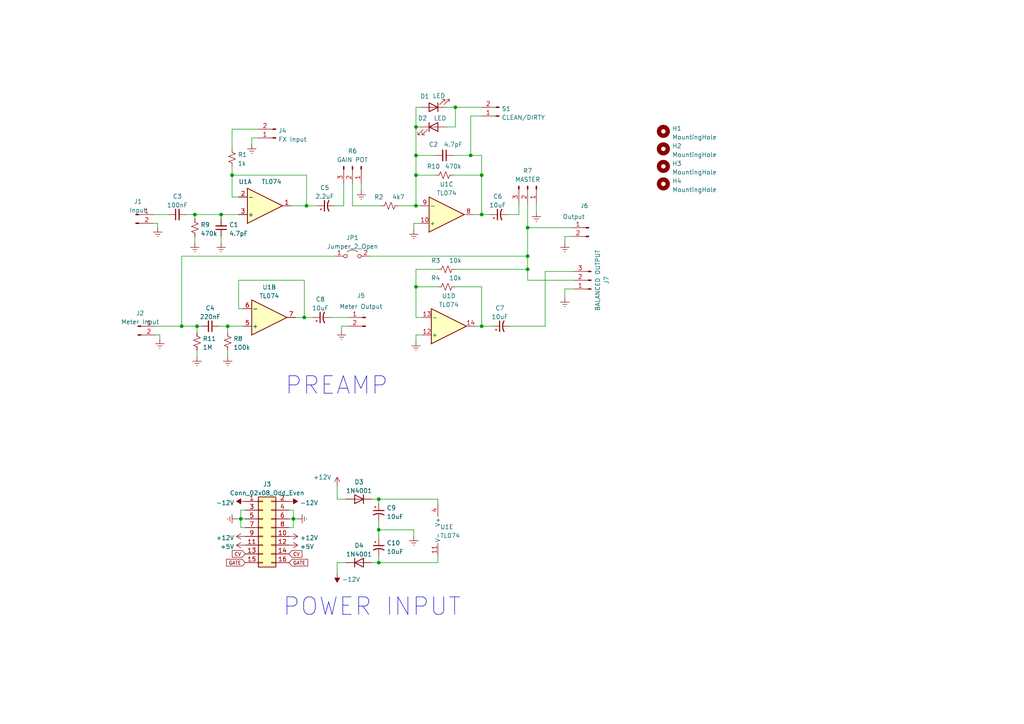
<source format=kicad_sch>
(kicad_sch (version 20211123) (generator eeschema)

  (uuid 8ec51121-6d80-4ad3-8ed7-33d09e783996)

  (paper "A4")

  (lib_symbols
    (symbol "Amplifier_Operational:TL074" (pin_names (offset 0.127)) (in_bom yes) (on_board yes)
      (property "Reference" "U" (id 0) (at 0 5.08 0)
        (effects (font (size 1.27 1.27)) (justify left))
      )
      (property "Value" "TL074" (id 1) (at 0 -5.08 0)
        (effects (font (size 1.27 1.27)) (justify left))
      )
      (property "Footprint" "" (id 2) (at -1.27 2.54 0)
        (effects (font (size 1.27 1.27)) hide)
      )
      (property "Datasheet" "http://www.ti.com/lit/ds/symlink/tl071.pdf" (id 3) (at 1.27 5.08 0)
        (effects (font (size 1.27 1.27)) hide)
      )
      (property "ki_locked" "" (id 4) (at 0 0 0)
        (effects (font (size 1.27 1.27)))
      )
      (property "ki_keywords" "quad opamp" (id 5) (at 0 0 0)
        (effects (font (size 1.27 1.27)) hide)
      )
      (property "ki_description" "Quad Low-Noise JFET-Input Operational Amplifiers, DIP-14/SOIC-14" (id 6) (at 0 0 0)
        (effects (font (size 1.27 1.27)) hide)
      )
      (property "ki_fp_filters" "SOIC*3.9x8.7mm*P1.27mm* DIP*W7.62mm* TSSOP*4.4x5mm*P0.65mm* SSOP*5.3x6.2mm*P0.65mm* MSOP*3x3mm*P0.5mm*" (id 7) (at 0 0 0)
        (effects (font (size 1.27 1.27)) hide)
      )
      (symbol "TL074_1_1"
        (polyline
          (pts
            (xy -5.08 5.08)
            (xy 5.08 0)
            (xy -5.08 -5.08)
            (xy -5.08 5.08)
          )
          (stroke (width 0.254) (type default) (color 0 0 0 0))
          (fill (type background))
        )
        (pin output line (at 7.62 0 180) (length 2.54)
          (name "~" (effects (font (size 1.27 1.27))))
          (number "1" (effects (font (size 1.27 1.27))))
        )
        (pin input line (at -7.62 -2.54 0) (length 2.54)
          (name "-" (effects (font (size 1.27 1.27))))
          (number "2" (effects (font (size 1.27 1.27))))
        )
        (pin input line (at -7.62 2.54 0) (length 2.54)
          (name "+" (effects (font (size 1.27 1.27))))
          (number "3" (effects (font (size 1.27 1.27))))
        )
      )
      (symbol "TL074_2_1"
        (polyline
          (pts
            (xy -5.08 5.08)
            (xy 5.08 0)
            (xy -5.08 -5.08)
            (xy -5.08 5.08)
          )
          (stroke (width 0.254) (type default) (color 0 0 0 0))
          (fill (type background))
        )
        (pin input line (at -7.62 2.54 0) (length 2.54)
          (name "+" (effects (font (size 1.27 1.27))))
          (number "5" (effects (font (size 1.27 1.27))))
        )
        (pin input line (at -7.62 -2.54 0) (length 2.54)
          (name "-" (effects (font (size 1.27 1.27))))
          (number "6" (effects (font (size 1.27 1.27))))
        )
        (pin output line (at 7.62 0 180) (length 2.54)
          (name "~" (effects (font (size 1.27 1.27))))
          (number "7" (effects (font (size 1.27 1.27))))
        )
      )
      (symbol "TL074_3_1"
        (polyline
          (pts
            (xy -5.08 5.08)
            (xy 5.08 0)
            (xy -5.08 -5.08)
            (xy -5.08 5.08)
          )
          (stroke (width 0.254) (type default) (color 0 0 0 0))
          (fill (type background))
        )
        (pin input line (at -7.62 2.54 0) (length 2.54)
          (name "+" (effects (font (size 1.27 1.27))))
          (number "10" (effects (font (size 1.27 1.27))))
        )
        (pin output line (at 7.62 0 180) (length 2.54)
          (name "~" (effects (font (size 1.27 1.27))))
          (number "8" (effects (font (size 1.27 1.27))))
        )
        (pin input line (at -7.62 -2.54 0) (length 2.54)
          (name "-" (effects (font (size 1.27 1.27))))
          (number "9" (effects (font (size 1.27 1.27))))
        )
      )
      (symbol "TL074_4_1"
        (polyline
          (pts
            (xy -5.08 5.08)
            (xy 5.08 0)
            (xy -5.08 -5.08)
            (xy -5.08 5.08)
          )
          (stroke (width 0.254) (type default) (color 0 0 0 0))
          (fill (type background))
        )
        (pin input line (at -7.62 2.54 0) (length 2.54)
          (name "+" (effects (font (size 1.27 1.27))))
          (number "12" (effects (font (size 1.27 1.27))))
        )
        (pin input line (at -7.62 -2.54 0) (length 2.54)
          (name "-" (effects (font (size 1.27 1.27))))
          (number "13" (effects (font (size 1.27 1.27))))
        )
        (pin output line (at 7.62 0 180) (length 2.54)
          (name "~" (effects (font (size 1.27 1.27))))
          (number "14" (effects (font (size 1.27 1.27))))
        )
      )
      (symbol "TL074_5_1"
        (pin power_in line (at -2.54 -7.62 90) (length 3.81)
          (name "V-" (effects (font (size 1.27 1.27))))
          (number "11" (effects (font (size 1.27 1.27))))
        )
        (pin power_in line (at -2.54 7.62 270) (length 3.81)
          (name "V+" (effects (font (size 1.27 1.27))))
          (number "4" (effects (font (size 1.27 1.27))))
        )
      )
    )
    (symbol "Connector:Conn_01x02_Male" (pin_names (offset 1.016) hide) (in_bom yes) (on_board yes)
      (property "Reference" "J" (id 0) (at 0 2.54 0)
        (effects (font (size 1.27 1.27)))
      )
      (property "Value" "Conn_01x02_Male" (id 1) (at 0 -5.08 0)
        (effects (font (size 1.27 1.27)))
      )
      (property "Footprint" "" (id 2) (at 0 0 0)
        (effects (font (size 1.27 1.27)) hide)
      )
      (property "Datasheet" "~" (id 3) (at 0 0 0)
        (effects (font (size 1.27 1.27)) hide)
      )
      (property "ki_keywords" "connector" (id 4) (at 0 0 0)
        (effects (font (size 1.27 1.27)) hide)
      )
      (property "ki_description" "Generic connector, single row, 01x02, script generated (kicad-library-utils/schlib/autogen/connector/)" (id 5) (at 0 0 0)
        (effects (font (size 1.27 1.27)) hide)
      )
      (property "ki_fp_filters" "Connector*:*_1x??_*" (id 6) (at 0 0 0)
        (effects (font (size 1.27 1.27)) hide)
      )
      (symbol "Conn_01x02_Male_1_1"
        (polyline
          (pts
            (xy 1.27 -2.54)
            (xy 0.8636 -2.54)
          )
          (stroke (width 0.1524) (type default) (color 0 0 0 0))
          (fill (type none))
        )
        (polyline
          (pts
            (xy 1.27 0)
            (xy 0.8636 0)
          )
          (stroke (width 0.1524) (type default) (color 0 0 0 0))
          (fill (type none))
        )
        (rectangle (start 0.8636 -2.413) (end 0 -2.667)
          (stroke (width 0.1524) (type default) (color 0 0 0 0))
          (fill (type outline))
        )
        (rectangle (start 0.8636 0.127) (end 0 -0.127)
          (stroke (width 0.1524) (type default) (color 0 0 0 0))
          (fill (type outline))
        )
        (pin passive line (at 5.08 0 180) (length 3.81)
          (name "Pin_1" (effects (font (size 1.27 1.27))))
          (number "1" (effects (font (size 1.27 1.27))))
        )
        (pin passive line (at 5.08 -2.54 180) (length 3.81)
          (name "Pin_2" (effects (font (size 1.27 1.27))))
          (number "2" (effects (font (size 1.27 1.27))))
        )
      )
    )
    (symbol "Connector:Conn_01x03_Male" (pin_names (offset 1.016) hide) (in_bom yes) (on_board yes)
      (property "Reference" "J" (id 0) (at 0 5.08 0)
        (effects (font (size 1.27 1.27)))
      )
      (property "Value" "Conn_01x03_Male" (id 1) (at 0 -5.08 0)
        (effects (font (size 1.27 1.27)))
      )
      (property "Footprint" "" (id 2) (at 0 0 0)
        (effects (font (size 1.27 1.27)) hide)
      )
      (property "Datasheet" "~" (id 3) (at 0 0 0)
        (effects (font (size 1.27 1.27)) hide)
      )
      (property "ki_keywords" "connector" (id 4) (at 0 0 0)
        (effects (font (size 1.27 1.27)) hide)
      )
      (property "ki_description" "Generic connector, single row, 01x03, script generated (kicad-library-utils/schlib/autogen/connector/)" (id 5) (at 0 0 0)
        (effects (font (size 1.27 1.27)) hide)
      )
      (property "ki_fp_filters" "Connector*:*_1x??_*" (id 6) (at 0 0 0)
        (effects (font (size 1.27 1.27)) hide)
      )
      (symbol "Conn_01x03_Male_1_1"
        (polyline
          (pts
            (xy 1.27 -2.54)
            (xy 0.8636 -2.54)
          )
          (stroke (width 0.1524) (type default) (color 0 0 0 0))
          (fill (type none))
        )
        (polyline
          (pts
            (xy 1.27 0)
            (xy 0.8636 0)
          )
          (stroke (width 0.1524) (type default) (color 0 0 0 0))
          (fill (type none))
        )
        (polyline
          (pts
            (xy 1.27 2.54)
            (xy 0.8636 2.54)
          )
          (stroke (width 0.1524) (type default) (color 0 0 0 0))
          (fill (type none))
        )
        (rectangle (start 0.8636 -2.413) (end 0 -2.667)
          (stroke (width 0.1524) (type default) (color 0 0 0 0))
          (fill (type outline))
        )
        (rectangle (start 0.8636 0.127) (end 0 -0.127)
          (stroke (width 0.1524) (type default) (color 0 0 0 0))
          (fill (type outline))
        )
        (rectangle (start 0.8636 2.667) (end 0 2.413)
          (stroke (width 0.1524) (type default) (color 0 0 0 0))
          (fill (type outline))
        )
        (pin passive line (at 5.08 2.54 180) (length 3.81)
          (name "Pin_1" (effects (font (size 1.27 1.27))))
          (number "1" (effects (font (size 1.27 1.27))))
        )
        (pin passive line (at 5.08 0 180) (length 3.81)
          (name "Pin_2" (effects (font (size 1.27 1.27))))
          (number "2" (effects (font (size 1.27 1.27))))
        )
        (pin passive line (at 5.08 -2.54 180) (length 3.81)
          (name "Pin_3" (effects (font (size 1.27 1.27))))
          (number "3" (effects (font (size 1.27 1.27))))
        )
      )
    )
    (symbol "Connector_Generic:Conn_02x08_Odd_Even" (pin_names (offset 1.016) hide) (in_bom yes) (on_board yes)
      (property "Reference" "J" (id 0) (at 1.27 10.16 0)
        (effects (font (size 1.27 1.27)))
      )
      (property "Value" "Conn_02x08_Odd_Even" (id 1) (at 1.27 -12.7 0)
        (effects (font (size 1.27 1.27)))
      )
      (property "Footprint" "" (id 2) (at 0 0 0)
        (effects (font (size 1.27 1.27)) hide)
      )
      (property "Datasheet" "~" (id 3) (at 0 0 0)
        (effects (font (size 1.27 1.27)) hide)
      )
      (property "ki_keywords" "connector" (id 4) (at 0 0 0)
        (effects (font (size 1.27 1.27)) hide)
      )
      (property "ki_description" "Generic connector, double row, 02x08, odd/even pin numbering scheme (row 1 odd numbers, row 2 even numbers), script generated (kicad-library-utils/schlib/autogen/connector/)" (id 5) (at 0 0 0)
        (effects (font (size 1.27 1.27)) hide)
      )
      (property "ki_fp_filters" "Connector*:*_2x??_*" (id 6) (at 0 0 0)
        (effects (font (size 1.27 1.27)) hide)
      )
      (symbol "Conn_02x08_Odd_Even_1_1"
        (rectangle (start -1.27 -10.033) (end 0 -10.287)
          (stroke (width 0.1524) (type default) (color 0 0 0 0))
          (fill (type none))
        )
        (rectangle (start -1.27 -7.493) (end 0 -7.747)
          (stroke (width 0.1524) (type default) (color 0 0 0 0))
          (fill (type none))
        )
        (rectangle (start -1.27 -4.953) (end 0 -5.207)
          (stroke (width 0.1524) (type default) (color 0 0 0 0))
          (fill (type none))
        )
        (rectangle (start -1.27 -2.413) (end 0 -2.667)
          (stroke (width 0.1524) (type default) (color 0 0 0 0))
          (fill (type none))
        )
        (rectangle (start -1.27 0.127) (end 0 -0.127)
          (stroke (width 0.1524) (type default) (color 0 0 0 0))
          (fill (type none))
        )
        (rectangle (start -1.27 2.667) (end 0 2.413)
          (stroke (width 0.1524) (type default) (color 0 0 0 0))
          (fill (type none))
        )
        (rectangle (start -1.27 5.207) (end 0 4.953)
          (stroke (width 0.1524) (type default) (color 0 0 0 0))
          (fill (type none))
        )
        (rectangle (start -1.27 7.747) (end 0 7.493)
          (stroke (width 0.1524) (type default) (color 0 0 0 0))
          (fill (type none))
        )
        (rectangle (start -1.27 8.89) (end 3.81 -11.43)
          (stroke (width 0.254) (type default) (color 0 0 0 0))
          (fill (type background))
        )
        (rectangle (start 3.81 -10.033) (end 2.54 -10.287)
          (stroke (width 0.1524) (type default) (color 0 0 0 0))
          (fill (type none))
        )
        (rectangle (start 3.81 -7.493) (end 2.54 -7.747)
          (stroke (width 0.1524) (type default) (color 0 0 0 0))
          (fill (type none))
        )
        (rectangle (start 3.81 -4.953) (end 2.54 -5.207)
          (stroke (width 0.1524) (type default) (color 0 0 0 0))
          (fill (type none))
        )
        (rectangle (start 3.81 -2.413) (end 2.54 -2.667)
          (stroke (width 0.1524) (type default) (color 0 0 0 0))
          (fill (type none))
        )
        (rectangle (start 3.81 0.127) (end 2.54 -0.127)
          (stroke (width 0.1524) (type default) (color 0 0 0 0))
          (fill (type none))
        )
        (rectangle (start 3.81 2.667) (end 2.54 2.413)
          (stroke (width 0.1524) (type default) (color 0 0 0 0))
          (fill (type none))
        )
        (rectangle (start 3.81 5.207) (end 2.54 4.953)
          (stroke (width 0.1524) (type default) (color 0 0 0 0))
          (fill (type none))
        )
        (rectangle (start 3.81 7.747) (end 2.54 7.493)
          (stroke (width 0.1524) (type default) (color 0 0 0 0))
          (fill (type none))
        )
        (pin passive line (at -5.08 7.62 0) (length 3.81)
          (name "Pin_1" (effects (font (size 1.27 1.27))))
          (number "1" (effects (font (size 1.27 1.27))))
        )
        (pin passive line (at 7.62 -2.54 180) (length 3.81)
          (name "Pin_10" (effects (font (size 1.27 1.27))))
          (number "10" (effects (font (size 1.27 1.27))))
        )
        (pin passive line (at -5.08 -5.08 0) (length 3.81)
          (name "Pin_11" (effects (font (size 1.27 1.27))))
          (number "11" (effects (font (size 1.27 1.27))))
        )
        (pin passive line (at 7.62 -5.08 180) (length 3.81)
          (name "Pin_12" (effects (font (size 1.27 1.27))))
          (number "12" (effects (font (size 1.27 1.27))))
        )
        (pin passive line (at -5.08 -7.62 0) (length 3.81)
          (name "Pin_13" (effects (font (size 1.27 1.27))))
          (number "13" (effects (font (size 1.27 1.27))))
        )
        (pin passive line (at 7.62 -7.62 180) (length 3.81)
          (name "Pin_14" (effects (font (size 1.27 1.27))))
          (number "14" (effects (font (size 1.27 1.27))))
        )
        (pin passive line (at -5.08 -10.16 0) (length 3.81)
          (name "Pin_15" (effects (font (size 1.27 1.27))))
          (number "15" (effects (font (size 1.27 1.27))))
        )
        (pin passive line (at 7.62 -10.16 180) (length 3.81)
          (name "Pin_16" (effects (font (size 1.27 1.27))))
          (number "16" (effects (font (size 1.27 1.27))))
        )
        (pin passive line (at 7.62 7.62 180) (length 3.81)
          (name "Pin_2" (effects (font (size 1.27 1.27))))
          (number "2" (effects (font (size 1.27 1.27))))
        )
        (pin passive line (at -5.08 5.08 0) (length 3.81)
          (name "Pin_3" (effects (font (size 1.27 1.27))))
          (number "3" (effects (font (size 1.27 1.27))))
        )
        (pin passive line (at 7.62 5.08 180) (length 3.81)
          (name "Pin_4" (effects (font (size 1.27 1.27))))
          (number "4" (effects (font (size 1.27 1.27))))
        )
        (pin passive line (at -5.08 2.54 0) (length 3.81)
          (name "Pin_5" (effects (font (size 1.27 1.27))))
          (number "5" (effects (font (size 1.27 1.27))))
        )
        (pin passive line (at 7.62 2.54 180) (length 3.81)
          (name "Pin_6" (effects (font (size 1.27 1.27))))
          (number "6" (effects (font (size 1.27 1.27))))
        )
        (pin passive line (at -5.08 0 0) (length 3.81)
          (name "Pin_7" (effects (font (size 1.27 1.27))))
          (number "7" (effects (font (size 1.27 1.27))))
        )
        (pin passive line (at 7.62 0 180) (length 3.81)
          (name "Pin_8" (effects (font (size 1.27 1.27))))
          (number "8" (effects (font (size 1.27 1.27))))
        )
        (pin passive line (at -5.08 -2.54 0) (length 3.81)
          (name "Pin_9" (effects (font (size 1.27 1.27))))
          (number "9" (effects (font (size 1.27 1.27))))
        )
      )
    )
    (symbol "Device:C_Polarized_Small_US" (pin_numbers hide) (pin_names (offset 0.254) hide) (in_bom yes) (on_board yes)
      (property "Reference" "C" (id 0) (at 0.254 1.778 0)
        (effects (font (size 1.27 1.27)) (justify left))
      )
      (property "Value" "C_Polarized_Small_US" (id 1) (at 0.254 -2.032 0)
        (effects (font (size 1.27 1.27)) (justify left))
      )
      (property "Footprint" "" (id 2) (at 0 0 0)
        (effects (font (size 1.27 1.27)) hide)
      )
      (property "Datasheet" "~" (id 3) (at 0 0 0)
        (effects (font (size 1.27 1.27)) hide)
      )
      (property "ki_keywords" "cap capacitor" (id 4) (at 0 0 0)
        (effects (font (size 1.27 1.27)) hide)
      )
      (property "ki_description" "Polarized capacitor, small US symbol" (id 5) (at 0 0 0)
        (effects (font (size 1.27 1.27)) hide)
      )
      (property "ki_fp_filters" "CP_*" (id 6) (at 0 0 0)
        (effects (font (size 1.27 1.27)) hide)
      )
      (symbol "C_Polarized_Small_US_0_1"
        (polyline
          (pts
            (xy -1.524 0.508)
            (xy 1.524 0.508)
          )
          (stroke (width 0.3048) (type default) (color 0 0 0 0))
          (fill (type none))
        )
        (polyline
          (pts
            (xy -1.27 1.524)
            (xy -0.762 1.524)
          )
          (stroke (width 0) (type default) (color 0 0 0 0))
          (fill (type none))
        )
        (polyline
          (pts
            (xy -1.016 1.27)
            (xy -1.016 1.778)
          )
          (stroke (width 0) (type default) (color 0 0 0 0))
          (fill (type none))
        )
        (arc (start 1.524 -0.762) (mid 0 -0.3734) (end -1.524 -0.762)
          (stroke (width 0.3048) (type default) (color 0 0 0 0))
          (fill (type none))
        )
      )
      (symbol "C_Polarized_Small_US_1_1"
        (pin passive line (at 0 2.54 270) (length 2.032)
          (name "~" (effects (font (size 1.27 1.27))))
          (number "1" (effects (font (size 1.27 1.27))))
        )
        (pin passive line (at 0 -2.54 90) (length 2.032)
          (name "~" (effects (font (size 1.27 1.27))))
          (number "2" (effects (font (size 1.27 1.27))))
        )
      )
    )
    (symbol "Device:C_Small" (pin_numbers hide) (pin_names (offset 0.254) hide) (in_bom yes) (on_board yes)
      (property "Reference" "C" (id 0) (at 0.254 1.778 0)
        (effects (font (size 1.27 1.27)) (justify left))
      )
      (property "Value" "C_Small" (id 1) (at 0.254 -2.032 0)
        (effects (font (size 1.27 1.27)) (justify left))
      )
      (property "Footprint" "" (id 2) (at 0 0 0)
        (effects (font (size 1.27 1.27)) hide)
      )
      (property "Datasheet" "~" (id 3) (at 0 0 0)
        (effects (font (size 1.27 1.27)) hide)
      )
      (property "ki_keywords" "capacitor cap" (id 4) (at 0 0 0)
        (effects (font (size 1.27 1.27)) hide)
      )
      (property "ki_description" "Unpolarized capacitor, small symbol" (id 5) (at 0 0 0)
        (effects (font (size 1.27 1.27)) hide)
      )
      (property "ki_fp_filters" "C_*" (id 6) (at 0 0 0)
        (effects (font (size 1.27 1.27)) hide)
      )
      (symbol "C_Small_0_1"
        (polyline
          (pts
            (xy -1.524 -0.508)
            (xy 1.524 -0.508)
          )
          (stroke (width 0.3302) (type default) (color 0 0 0 0))
          (fill (type none))
        )
        (polyline
          (pts
            (xy -1.524 0.508)
            (xy 1.524 0.508)
          )
          (stroke (width 0.3048) (type default) (color 0 0 0 0))
          (fill (type none))
        )
      )
      (symbol "C_Small_1_1"
        (pin passive line (at 0 2.54 270) (length 2.032)
          (name "~" (effects (font (size 1.27 1.27))))
          (number "1" (effects (font (size 1.27 1.27))))
        )
        (pin passive line (at 0 -2.54 90) (length 2.032)
          (name "~" (effects (font (size 1.27 1.27))))
          (number "2" (effects (font (size 1.27 1.27))))
        )
      )
    )
    (symbol "Device:LED" (pin_numbers hide) (pin_names (offset 1.016) hide) (in_bom yes) (on_board yes)
      (property "Reference" "D" (id 0) (at 0 2.54 0)
        (effects (font (size 1.27 1.27)))
      )
      (property "Value" "LED" (id 1) (at 0 -2.54 0)
        (effects (font (size 1.27 1.27)))
      )
      (property "Footprint" "" (id 2) (at 0 0 0)
        (effects (font (size 1.27 1.27)) hide)
      )
      (property "Datasheet" "~" (id 3) (at 0 0 0)
        (effects (font (size 1.27 1.27)) hide)
      )
      (property "ki_keywords" "LED diode" (id 4) (at 0 0 0)
        (effects (font (size 1.27 1.27)) hide)
      )
      (property "ki_description" "Light emitting diode" (id 5) (at 0 0 0)
        (effects (font (size 1.27 1.27)) hide)
      )
      (property "ki_fp_filters" "LED* LED_SMD:* LED_THT:*" (id 6) (at 0 0 0)
        (effects (font (size 1.27 1.27)) hide)
      )
      (symbol "LED_0_1"
        (polyline
          (pts
            (xy -1.27 -1.27)
            (xy -1.27 1.27)
          )
          (stroke (width 0.254) (type default) (color 0 0 0 0))
          (fill (type none))
        )
        (polyline
          (pts
            (xy -1.27 0)
            (xy 1.27 0)
          )
          (stroke (width 0) (type default) (color 0 0 0 0))
          (fill (type none))
        )
        (polyline
          (pts
            (xy 1.27 -1.27)
            (xy 1.27 1.27)
            (xy -1.27 0)
            (xy 1.27 -1.27)
          )
          (stroke (width 0.254) (type default) (color 0 0 0 0))
          (fill (type none))
        )
        (polyline
          (pts
            (xy -3.048 -0.762)
            (xy -4.572 -2.286)
            (xy -3.81 -2.286)
            (xy -4.572 -2.286)
            (xy -4.572 -1.524)
          )
          (stroke (width 0) (type default) (color 0 0 0 0))
          (fill (type none))
        )
        (polyline
          (pts
            (xy -1.778 -0.762)
            (xy -3.302 -2.286)
            (xy -2.54 -2.286)
            (xy -3.302 -2.286)
            (xy -3.302 -1.524)
          )
          (stroke (width 0) (type default) (color 0 0 0 0))
          (fill (type none))
        )
      )
      (symbol "LED_1_1"
        (pin passive line (at -3.81 0 0) (length 2.54)
          (name "K" (effects (font (size 1.27 1.27))))
          (number "1" (effects (font (size 1.27 1.27))))
        )
        (pin passive line (at 3.81 0 180) (length 2.54)
          (name "A" (effects (font (size 1.27 1.27))))
          (number "2" (effects (font (size 1.27 1.27))))
        )
      )
    )
    (symbol "Device:R_Small_US" (pin_numbers hide) (pin_names (offset 0.254) hide) (in_bom yes) (on_board yes)
      (property "Reference" "R" (id 0) (at 0.762 0.508 0)
        (effects (font (size 1.27 1.27)) (justify left))
      )
      (property "Value" "R_Small_US" (id 1) (at 0.762 -1.016 0)
        (effects (font (size 1.27 1.27)) (justify left))
      )
      (property "Footprint" "" (id 2) (at 0 0 0)
        (effects (font (size 1.27 1.27)) hide)
      )
      (property "Datasheet" "~" (id 3) (at 0 0 0)
        (effects (font (size 1.27 1.27)) hide)
      )
      (property "ki_keywords" "r resistor" (id 4) (at 0 0 0)
        (effects (font (size 1.27 1.27)) hide)
      )
      (property "ki_description" "Resistor, small US symbol" (id 5) (at 0 0 0)
        (effects (font (size 1.27 1.27)) hide)
      )
      (property "ki_fp_filters" "R_*" (id 6) (at 0 0 0)
        (effects (font (size 1.27 1.27)) hide)
      )
      (symbol "R_Small_US_1_1"
        (polyline
          (pts
            (xy 0 0)
            (xy 1.016 -0.381)
            (xy 0 -0.762)
            (xy -1.016 -1.143)
            (xy 0 -1.524)
          )
          (stroke (width 0) (type default) (color 0 0 0 0))
          (fill (type none))
        )
        (polyline
          (pts
            (xy 0 1.524)
            (xy 1.016 1.143)
            (xy 0 0.762)
            (xy -1.016 0.381)
            (xy 0 0)
          )
          (stroke (width 0) (type default) (color 0 0 0 0))
          (fill (type none))
        )
        (pin passive line (at 0 2.54 270) (length 1.016)
          (name "~" (effects (font (size 1.27 1.27))))
          (number "1" (effects (font (size 1.27 1.27))))
        )
        (pin passive line (at 0 -2.54 90) (length 1.016)
          (name "~" (effects (font (size 1.27 1.27))))
          (number "2" (effects (font (size 1.27 1.27))))
        )
      )
    )
    (symbol "Diode:1N4001" (pin_numbers hide) (pin_names (offset 1.016) hide) (in_bom yes) (on_board yes)
      (property "Reference" "D" (id 0) (at 0 2.54 0)
        (effects (font (size 1.27 1.27)))
      )
      (property "Value" "1N4001" (id 1) (at 0 -2.54 0)
        (effects (font (size 1.27 1.27)))
      )
      (property "Footprint" "Diode_THT:D_DO-41_SOD81_P10.16mm_Horizontal" (id 2) (at 0 -4.445 0)
        (effects (font (size 1.27 1.27)) hide)
      )
      (property "Datasheet" "http://www.vishay.com/docs/88503/1n4001.pdf" (id 3) (at 0 0 0)
        (effects (font (size 1.27 1.27)) hide)
      )
      (property "ki_keywords" "diode" (id 4) (at 0 0 0)
        (effects (font (size 1.27 1.27)) hide)
      )
      (property "ki_description" "50V 1A General Purpose Rectifier Diode, DO-41" (id 5) (at 0 0 0)
        (effects (font (size 1.27 1.27)) hide)
      )
      (property "ki_fp_filters" "D*DO?41*" (id 6) (at 0 0 0)
        (effects (font (size 1.27 1.27)) hide)
      )
      (symbol "1N4001_0_1"
        (polyline
          (pts
            (xy -1.27 1.27)
            (xy -1.27 -1.27)
          )
          (stroke (width 0.254) (type default) (color 0 0 0 0))
          (fill (type none))
        )
        (polyline
          (pts
            (xy 1.27 0)
            (xy -1.27 0)
          )
          (stroke (width 0) (type default) (color 0 0 0 0))
          (fill (type none))
        )
        (polyline
          (pts
            (xy 1.27 1.27)
            (xy 1.27 -1.27)
            (xy -1.27 0)
            (xy 1.27 1.27)
          )
          (stroke (width 0.254) (type default) (color 0 0 0 0))
          (fill (type none))
        )
      )
      (symbol "1N4001_1_1"
        (pin passive line (at -3.81 0 0) (length 2.54)
          (name "K" (effects (font (size 1.27 1.27))))
          (number "1" (effects (font (size 1.27 1.27))))
        )
        (pin passive line (at 3.81 0 180) (length 2.54)
          (name "A" (effects (font (size 1.27 1.27))))
          (number "2" (effects (font (size 1.27 1.27))))
        )
      )
    )
    (symbol "Jumper:Jumper_2_Open" (pin_names (offset 0) hide) (in_bom yes) (on_board yes)
      (property "Reference" "JP" (id 0) (at 0 2.794 0)
        (effects (font (size 1.27 1.27)))
      )
      (property "Value" "Jumper_2_Open" (id 1) (at 0 -2.286 0)
        (effects (font (size 1.27 1.27)))
      )
      (property "Footprint" "" (id 2) (at 0 0 0)
        (effects (font (size 1.27 1.27)) hide)
      )
      (property "Datasheet" "~" (id 3) (at 0 0 0)
        (effects (font (size 1.27 1.27)) hide)
      )
      (property "ki_keywords" "Jumper SPST" (id 4) (at 0 0 0)
        (effects (font (size 1.27 1.27)) hide)
      )
      (property "ki_description" "Jumper, 2-pole, open" (id 5) (at 0 0 0)
        (effects (font (size 1.27 1.27)) hide)
      )
      (property "ki_fp_filters" "Jumper* TestPoint*2Pads* TestPoint*Bridge*" (id 6) (at 0 0 0)
        (effects (font (size 1.27 1.27)) hide)
      )
      (symbol "Jumper_2_Open_0_0"
        (circle (center -2.032 0) (radius 0.508)
          (stroke (width 0) (type default) (color 0 0 0 0))
          (fill (type none))
        )
        (circle (center 2.032 0) (radius 0.508)
          (stroke (width 0) (type default) (color 0 0 0 0))
          (fill (type none))
        )
      )
      (symbol "Jumper_2_Open_0_1"
        (arc (start 1.524 1.27) (mid 0 1.778) (end -1.524 1.27)
          (stroke (width 0) (type default) (color 0 0 0 0))
          (fill (type none))
        )
      )
      (symbol "Jumper_2_Open_1_1"
        (pin passive line (at -5.08 0 0) (length 2.54)
          (name "A" (effects (font (size 1.27 1.27))))
          (number "1" (effects (font (size 1.27 1.27))))
        )
        (pin passive line (at 5.08 0 180) (length 2.54)
          (name "B" (effects (font (size 1.27 1.27))))
          (number "2" (effects (font (size 1.27 1.27))))
        )
      )
    )
    (symbol "Mechanical:MountingHole" (pin_names (offset 1.016)) (in_bom yes) (on_board yes)
      (property "Reference" "H" (id 0) (at 0 5.08 0)
        (effects (font (size 1.27 1.27)))
      )
      (property "Value" "MountingHole" (id 1) (at 0 3.175 0)
        (effects (font (size 1.27 1.27)))
      )
      (property "Footprint" "" (id 2) (at 0 0 0)
        (effects (font (size 1.27 1.27)) hide)
      )
      (property "Datasheet" "~" (id 3) (at 0 0 0)
        (effects (font (size 1.27 1.27)) hide)
      )
      (property "ki_keywords" "mounting hole" (id 4) (at 0 0 0)
        (effects (font (size 1.27 1.27)) hide)
      )
      (property "ki_description" "Mounting Hole without connection" (id 5) (at 0 0 0)
        (effects (font (size 1.27 1.27)) hide)
      )
      (property "ki_fp_filters" "MountingHole*" (id 6) (at 0 0 0)
        (effects (font (size 1.27 1.27)) hide)
      )
      (symbol "MountingHole_0_1"
        (circle (center 0 0) (radius 1.27)
          (stroke (width 1.27) (type default) (color 0 0 0 0))
          (fill (type none))
        )
      )
    )
    (symbol "power:+12V" (power) (pin_names (offset 0)) (in_bom yes) (on_board yes)
      (property "Reference" "#PWR" (id 0) (at 0 -3.81 0)
        (effects (font (size 1.27 1.27)) hide)
      )
      (property "Value" "+12V" (id 1) (at 0 3.556 0)
        (effects (font (size 1.27 1.27)))
      )
      (property "Footprint" "" (id 2) (at 0 0 0)
        (effects (font (size 1.27 1.27)) hide)
      )
      (property "Datasheet" "" (id 3) (at 0 0 0)
        (effects (font (size 1.27 1.27)) hide)
      )
      (property "ki_keywords" "power-flag" (id 4) (at 0 0 0)
        (effects (font (size 1.27 1.27)) hide)
      )
      (property "ki_description" "Power symbol creates a global label with name \"+12V\"" (id 5) (at 0 0 0)
        (effects (font (size 1.27 1.27)) hide)
      )
      (symbol "+12V_0_1"
        (polyline
          (pts
            (xy -0.762 1.27)
            (xy 0 2.54)
          )
          (stroke (width 0) (type default) (color 0 0 0 0))
          (fill (type none))
        )
        (polyline
          (pts
            (xy 0 0)
            (xy 0 2.54)
          )
          (stroke (width 0) (type default) (color 0 0 0 0))
          (fill (type none))
        )
        (polyline
          (pts
            (xy 0 2.54)
            (xy 0.762 1.27)
          )
          (stroke (width 0) (type default) (color 0 0 0 0))
          (fill (type none))
        )
      )
      (symbol "+12V_1_1"
        (pin power_in line (at 0 0 90) (length 0) hide
          (name "+12V" (effects (font (size 1.27 1.27))))
          (number "1" (effects (font (size 1.27 1.27))))
        )
      )
    )
    (symbol "power:+5V" (power) (pin_names (offset 0)) (in_bom yes) (on_board yes)
      (property "Reference" "#PWR" (id 0) (at 0 -3.81 0)
        (effects (font (size 1.27 1.27)) hide)
      )
      (property "Value" "+5V" (id 1) (at 0 3.556 0)
        (effects (font (size 1.27 1.27)))
      )
      (property "Footprint" "" (id 2) (at 0 0 0)
        (effects (font (size 1.27 1.27)) hide)
      )
      (property "Datasheet" "" (id 3) (at 0 0 0)
        (effects (font (size 1.27 1.27)) hide)
      )
      (property "ki_keywords" "power-flag" (id 4) (at 0 0 0)
        (effects (font (size 1.27 1.27)) hide)
      )
      (property "ki_description" "Power symbol creates a global label with name \"+5V\"" (id 5) (at 0 0 0)
        (effects (font (size 1.27 1.27)) hide)
      )
      (symbol "+5V_0_1"
        (polyline
          (pts
            (xy -0.762 1.27)
            (xy 0 2.54)
          )
          (stroke (width 0) (type default) (color 0 0 0 0))
          (fill (type none))
        )
        (polyline
          (pts
            (xy 0 0)
            (xy 0 2.54)
          )
          (stroke (width 0) (type default) (color 0 0 0 0))
          (fill (type none))
        )
        (polyline
          (pts
            (xy 0 2.54)
            (xy 0.762 1.27)
          )
          (stroke (width 0) (type default) (color 0 0 0 0))
          (fill (type none))
        )
      )
      (symbol "+5V_1_1"
        (pin power_in line (at 0 0 90) (length 0) hide
          (name "+5V" (effects (font (size 1.27 1.27))))
          (number "1" (effects (font (size 1.27 1.27))))
        )
      )
    )
    (symbol "power:-12V" (power) (pin_names (offset 0)) (in_bom yes) (on_board yes)
      (property "Reference" "#PWR" (id 0) (at 0 2.54 0)
        (effects (font (size 1.27 1.27)) hide)
      )
      (property "Value" "-12V" (id 1) (at 0 3.81 0)
        (effects (font (size 1.27 1.27)))
      )
      (property "Footprint" "" (id 2) (at 0 0 0)
        (effects (font (size 1.27 1.27)) hide)
      )
      (property "Datasheet" "" (id 3) (at 0 0 0)
        (effects (font (size 1.27 1.27)) hide)
      )
      (property "ki_keywords" "power-flag" (id 4) (at 0 0 0)
        (effects (font (size 1.27 1.27)) hide)
      )
      (property "ki_description" "Power symbol creates a global label with name \"-12V\"" (id 5) (at 0 0 0)
        (effects (font (size 1.27 1.27)) hide)
      )
      (symbol "-12V_0_0"
        (pin power_in line (at 0 0 90) (length 0) hide
          (name "-12V" (effects (font (size 1.27 1.27))))
          (number "1" (effects (font (size 1.27 1.27))))
        )
      )
      (symbol "-12V_0_1"
        (polyline
          (pts
            (xy 0 0)
            (xy 0 1.27)
            (xy 0.762 1.27)
            (xy 0 2.54)
            (xy -0.762 1.27)
            (xy 0 1.27)
          )
          (stroke (width 0) (type default) (color 0 0 0 0))
          (fill (type outline))
        )
      )
    )
    (symbol "power:Earth" (power) (pin_names (offset 0)) (in_bom yes) (on_board yes)
      (property "Reference" "#PWR" (id 0) (at 0 -6.35 0)
        (effects (font (size 1.27 1.27)) hide)
      )
      (property "Value" "Earth" (id 1) (at 0 -3.81 0)
        (effects (font (size 1.27 1.27)) hide)
      )
      (property "Footprint" "" (id 2) (at 0 0 0)
        (effects (font (size 1.27 1.27)) hide)
      )
      (property "Datasheet" "~" (id 3) (at 0 0 0)
        (effects (font (size 1.27 1.27)) hide)
      )
      (property "ki_keywords" "power-flag ground gnd" (id 4) (at 0 0 0)
        (effects (font (size 1.27 1.27)) hide)
      )
      (property "ki_description" "Power symbol creates a global label with name \"Earth\"" (id 5) (at 0 0 0)
        (effects (font (size 1.27 1.27)) hide)
      )
      (symbol "Earth_0_1"
        (polyline
          (pts
            (xy -0.635 -1.905)
            (xy 0.635 -1.905)
          )
          (stroke (width 0) (type default) (color 0 0 0 0))
          (fill (type none))
        )
        (polyline
          (pts
            (xy -0.127 -2.54)
            (xy 0.127 -2.54)
          )
          (stroke (width 0) (type default) (color 0 0 0 0))
          (fill (type none))
        )
        (polyline
          (pts
            (xy 0 -1.27)
            (xy 0 0)
          )
          (stroke (width 0) (type default) (color 0 0 0 0))
          (fill (type none))
        )
        (polyline
          (pts
            (xy 1.27 -1.27)
            (xy -1.27 -1.27)
          )
          (stroke (width 0) (type default) (color 0 0 0 0))
          (fill (type none))
        )
      )
      (symbol "Earth_1_1"
        (pin power_in line (at 0 0 270) (length 0) hide
          (name "Earth" (effects (font (size 1.27 1.27))))
          (number "1" (effects (font (size 1.27 1.27))))
        )
      )
    )
  )

  (junction (at 120.65 45.085) (diameter 0) (color 0 0 0 0)
    (uuid 1dcb3b38-0bd7-4f08-98e8-41ff5044c12a)
  )
  (junction (at 109.855 144.78) (diameter 0) (color 0 0 0 0)
    (uuid 271ecc1c-8497-4084-82eb-cbcb083bec6c)
  )
  (junction (at 139.7 62.23) (diameter 0) (color 0 0 0 0)
    (uuid 2e78415b-5c86-4034-a532-3f10c0d5bcd4)
  )
  (junction (at 109.855 163.195) (diameter 0) (color 0 0 0 0)
    (uuid 37fac819-475d-46e9-88cc-28a7c7e932fe)
  )
  (junction (at 67.31 50.8) (diameter 0) (color 0 0 0 0)
    (uuid 43193e2c-1778-40af-b1f2-a069ead7c009)
  )
  (junction (at 153.035 74.295) (diameter 0) (color 0 0 0 0)
    (uuid 69e37ec2-5616-41c8-9b44-e79bd7e86a19)
  )
  (junction (at 153.035 78.105) (diameter 0) (color 0 0 0 0)
    (uuid 7588ece6-0b6c-4965-b7e3-3dd91aa93ddf)
  )
  (junction (at 139.7 50.8) (diameter 0) (color 0 0 0 0)
    (uuid 84a74262-8893-4be4-8ba9-487cdf9ca727)
  )
  (junction (at 120.65 36.83) (diameter 0) (color 0 0 0 0)
    (uuid 8623d52d-2409-44f8-b827-5805450312f2)
  )
  (junction (at 66.04 94.615) (diameter 0) (color 0 0 0 0)
    (uuid 89971824-7b80-46d3-afde-67f4be903de3)
  )
  (junction (at 57.15 94.615) (diameter 0) (color 0 0 0 0)
    (uuid 97804378-17c1-41d3-b19a-10a03501d284)
  )
  (junction (at 88.265 92.075) (diameter 0) (color 0 0 0 0)
    (uuid 97822aa0-da7f-435b-9518-89e03c86aee7)
  )
  (junction (at 52.705 94.615) (diameter 0) (color 0 0 0 0)
    (uuid aada0503-4392-4b7c-b5e8-6c88ee01322d)
  )
  (junction (at 85.09 150.495) (diameter 0) (color 0 0 0 0)
    (uuid ad7e69f7-b6a8-4257-a1e2-36476163bd9d)
  )
  (junction (at 120.65 83.185) (diameter 0) (color 0 0 0 0)
    (uuid af45628f-baf0-4330-90f7-227db9e9940b)
  )
  (junction (at 88.9 59.69) (diameter 0) (color 0 0 0 0)
    (uuid c51aa26a-3c88-46d4-92c5-ec768a7126a8)
  )
  (junction (at 132.08 31.115) (diameter 0) (color 0 0 0 0)
    (uuid c595d8b1-c720-47e7-9f6c-7be84a3ccfd5)
  )
  (junction (at 56.515 62.23) (diameter 0) (color 0 0 0 0)
    (uuid db53cf4d-a587-4a9e-b0b2-b88ea46274fd)
  )
  (junction (at 120.65 59.69) (diameter 0) (color 0 0 0 0)
    (uuid de5f0c89-88e5-41c2-a17a-e1eb21564a37)
  )
  (junction (at 69.85 150.495) (diameter 0) (color 0 0 0 0)
    (uuid e57e1612-ce5d-4751-9f75-35ff0c475bcb)
  )
  (junction (at 64.135 62.23) (diameter 0) (color 0 0 0 0)
    (uuid e7a41762-d38a-4f38-9f77-a38352cd3c64)
  )
  (junction (at 153.035 66.04) (diameter 0) (color 0 0 0 0)
    (uuid ec7dbd9a-4d25-4b8c-9c56-b2907572897f)
  )
  (junction (at 109.855 153.67) (diameter 0) (color 0 0 0 0)
    (uuid f7ab4208-cd91-4a67-97f0-ab5ae95c20ea)
  )
  (junction (at 139.7 94.615) (diameter 0) (color 0 0 0 0)
    (uuid f7ea716b-6af6-4093-bb16-4d38927306cd)
  )
  (junction (at 136.525 45.085) (diameter 0) (color 0 0 0 0)
    (uuid f82e1d3b-8b37-482c-a50c-b93e6947424b)
  )
  (junction (at 120.65 50.8) (diameter 0) (color 0 0 0 0)
    (uuid f918cc2d-5656-4b87-9c24-3395309b91f0)
  )

  (wire (pts (xy 153.035 81.28) (xy 166.37 81.28))
    (stroke (width 0) (type default) (color 0 0 0 0))
    (uuid 00aaafd7-1bf0-4f8b-94cb-c9c1a22be2d2)
  )
  (wire (pts (xy 69.85 150.495) (xy 71.12 150.495))
    (stroke (width 0) (type default) (color 0 0 0 0))
    (uuid 021f6de7-be70-4eb3-b769-2fdebab2f7b6)
  )
  (wire (pts (xy 139.7 45.085) (xy 139.7 50.8))
    (stroke (width 0) (type default) (color 0 0 0 0))
    (uuid 0a6fe71d-7054-45a3-94ea-6a2229c75ae2)
  )
  (wire (pts (xy 120.65 31.115) (xy 121.92 31.115))
    (stroke (width 0) (type default) (color 0 0 0 0))
    (uuid 12f70759-79ca-4aa8-9f65-f36c7b05349d)
  )
  (wire (pts (xy 120.65 78.105) (xy 127 78.105))
    (stroke (width 0) (type default) (color 0 0 0 0))
    (uuid 147edd99-2bed-4b4a-ad1a-c7c42c5b79f6)
  )
  (wire (pts (xy 85.09 150.495) (xy 85.09 153.035))
    (stroke (width 0) (type default) (color 0 0 0 0))
    (uuid 15a3644b-9383-47ea-aae0-a2260e1f0e8d)
  )
  (wire (pts (xy 45.085 94.615) (xy 52.705 94.615))
    (stroke (width 0) (type default) (color 0 0 0 0))
    (uuid 169dc800-440c-4b1b-bf75-1e16c04ee394)
  )
  (wire (pts (xy 58.42 94.615) (xy 57.15 94.615))
    (stroke (width 0) (type default) (color 0 0 0 0))
    (uuid 17b8c91a-e1d0-4c69-bfc2-071559a4e42c)
  )
  (wire (pts (xy 166.37 83.82) (xy 163.83 83.82))
    (stroke (width 0) (type default) (color 0 0 0 0))
    (uuid 17dd59b2-7b09-405d-8059-0449911047e1)
  )
  (wire (pts (xy 131.445 50.8) (xy 139.7 50.8))
    (stroke (width 0) (type default) (color 0 0 0 0))
    (uuid 1a8a8862-ce8f-4544-b815-6604e5beac8b)
  )
  (wire (pts (xy 120.65 36.83) (xy 121.92 36.83))
    (stroke (width 0) (type default) (color 0 0 0 0))
    (uuid 1d1dfaa2-776a-49ed-90ed-c8b0c5c594e2)
  )
  (wire (pts (xy 83.82 147.955) (xy 85.09 147.955))
    (stroke (width 0) (type default) (color 0 0 0 0))
    (uuid 1dfb3221-f8ca-49fb-828d-22372b8f0185)
  )
  (wire (pts (xy 67.31 37.465) (xy 67.31 43.18))
    (stroke (width 0) (type default) (color 0 0 0 0))
    (uuid 1edcd391-a592-4c72-9e9b-6c88d9973eda)
  )
  (wire (pts (xy 107.315 74.295) (xy 153.035 74.295))
    (stroke (width 0) (type default) (color 0 0 0 0))
    (uuid 1fd1af87-f703-4208-91fe-5ce4e8924f1d)
  )
  (wire (pts (xy 109.855 144.78) (xy 127 144.78))
    (stroke (width 0) (type default) (color 0 0 0 0))
    (uuid 259bef9b-90b9-40a6-8112-acbbe9cdfe31)
  )
  (wire (pts (xy 120.015 64.77) (xy 120.015 66.675))
    (stroke (width 0) (type default) (color 0 0 0 0))
    (uuid 259c769d-420e-4881-bb9f-25b5fa08e743)
  )
  (wire (pts (xy 122.555 97.155) (xy 120.65 97.155))
    (stroke (width 0) (type default) (color 0 0 0 0))
    (uuid 26b5c12b-762d-4683-800f-3ca73a3dee2d)
  )
  (wire (pts (xy 158.115 78.74) (xy 158.115 94.615))
    (stroke (width 0) (type default) (color 0 0 0 0))
    (uuid 29ed444d-6165-4716-be1d-3b315c1d6e80)
  )
  (wire (pts (xy 155.575 59.055) (xy 155.575 61.595))
    (stroke (width 0) (type default) (color 0 0 0 0))
    (uuid 2a7ba939-8123-438a-bc49-d307e5536790)
  )
  (wire (pts (xy 99.695 53.34) (xy 99.695 59.69))
    (stroke (width 0) (type default) (color 0 0 0 0))
    (uuid 2c1fba7e-5f2b-43a8-9791-09f2ed0d6977)
  )
  (wire (pts (xy 137.795 94.615) (xy 139.7 94.615))
    (stroke (width 0) (type default) (color 0 0 0 0))
    (uuid 2fce0ac1-b741-4c50-8e33-cddf69f0bc04)
  )
  (wire (pts (xy 88.9 59.69) (xy 88.9 50.8))
    (stroke (width 0) (type default) (color 0 0 0 0))
    (uuid 305efa5e-e31d-4d3f-a66a-c83c4b99c1b3)
  )
  (wire (pts (xy 131.445 45.085) (xy 136.525 45.085))
    (stroke (width 0) (type default) (color 0 0 0 0))
    (uuid 31fdcbc1-4a1f-401f-9ef3-ba559f413c2f)
  )
  (wire (pts (xy 109.855 144.78) (xy 109.855 146.05))
    (stroke (width 0) (type default) (color 0 0 0 0))
    (uuid 35612164-5e87-42e6-9ffa-30d6f9d097ca)
  )
  (wire (pts (xy 109.855 153.67) (xy 109.855 156.21))
    (stroke (width 0) (type default) (color 0 0 0 0))
    (uuid 36164bcb-6865-4b29-8a26-feb3f578f862)
  )
  (wire (pts (xy 88.9 50.8) (xy 67.31 50.8))
    (stroke (width 0) (type default) (color 0 0 0 0))
    (uuid 37a0cffc-9205-48c4-8c58-c4055dd12dc2)
  )
  (wire (pts (xy 127 144.78) (xy 127 146.05))
    (stroke (width 0) (type default) (color 0 0 0 0))
    (uuid 3a8e01ba-ccf2-4099-ada0-cce07496b2e8)
  )
  (wire (pts (xy 107.95 163.195) (xy 109.855 163.195))
    (stroke (width 0) (type default) (color 0 0 0 0))
    (uuid 3b0479d8-4a3c-4dcc-9159-d6c7e8e816bd)
  )
  (wire (pts (xy 120.65 97.155) (xy 120.65 99.06))
    (stroke (width 0) (type default) (color 0 0 0 0))
    (uuid 3d13b041-ffb6-452d-8c6f-4532e073aef5)
  )
  (wire (pts (xy 153.035 78.105) (xy 153.035 81.28))
    (stroke (width 0) (type default) (color 0 0 0 0))
    (uuid 3f8a0309-8db6-4390-916c-44ad156b6b84)
  )
  (wire (pts (xy 107.95 144.78) (xy 109.855 144.78))
    (stroke (width 0) (type default) (color 0 0 0 0))
    (uuid 4435c616-6f84-42c4-b119-6da10bfe0faa)
  )
  (wire (pts (xy 66.04 101.6) (xy 66.04 103.505))
    (stroke (width 0) (type default) (color 0 0 0 0))
    (uuid 4892c2e8-a19f-4445-892e-4e8ab51df466)
  )
  (wire (pts (xy 67.31 50.8) (xy 67.31 57.15))
    (stroke (width 0) (type default) (color 0 0 0 0))
    (uuid 4a5aed30-c879-4087-a94f-bbba4a1b95f8)
  )
  (wire (pts (xy 73.025 40.005) (xy 73.025 41.91))
    (stroke (width 0) (type default) (color 0 0 0 0))
    (uuid 4a879b6e-bfa2-43d0-a35d-3df887d1e25f)
  )
  (wire (pts (xy 69.85 147.955) (xy 71.12 147.955))
    (stroke (width 0) (type default) (color 0 0 0 0))
    (uuid 4cf623c3-a453-46b9-b867-84763f8d7676)
  )
  (wire (pts (xy 69.85 153.035) (xy 71.12 153.035))
    (stroke (width 0) (type default) (color 0 0 0 0))
    (uuid 4cfafd67-080c-48d5-b9ac-bb5367ca5080)
  )
  (wire (pts (xy 120.65 83.185) (xy 127 83.185))
    (stroke (width 0) (type default) (color 0 0 0 0))
    (uuid 4dce184f-81bf-4545-9124-332a47710d1f)
  )
  (wire (pts (xy 115.57 59.69) (xy 120.65 59.69))
    (stroke (width 0) (type default) (color 0 0 0 0))
    (uuid 4de0be8c-7d3c-4042-bb57-dd85c76dfa0f)
  )
  (wire (pts (xy 88.265 81.28) (xy 88.265 92.075))
    (stroke (width 0) (type default) (color 0 0 0 0))
    (uuid 4fc15779-e16a-4dcf-8568-925b295fc39e)
  )
  (wire (pts (xy 97.155 59.69) (xy 99.695 59.69))
    (stroke (width 0) (type default) (color 0 0 0 0))
    (uuid 4fe715b7-75a5-4c52-b250-01c21867b13b)
  )
  (wire (pts (xy 64.135 62.23) (xy 64.135 63.5))
    (stroke (width 0) (type default) (color 0 0 0 0))
    (uuid 5304d295-1e52-493c-acb6-4628069267bc)
  )
  (wire (pts (xy 56.515 62.23) (xy 56.515 63.5))
    (stroke (width 0) (type default) (color 0 0 0 0))
    (uuid 533e7839-6423-4721-8db4-cb2ffbb24cff)
  )
  (wire (pts (xy 109.855 151.13) (xy 109.855 153.67))
    (stroke (width 0) (type default) (color 0 0 0 0))
    (uuid 53854deb-c060-41e5-90eb-5e20029aa87d)
  )
  (wire (pts (xy 109.855 153.67) (xy 120.015 153.67))
    (stroke (width 0) (type default) (color 0 0 0 0))
    (uuid 53efa3f7-ba65-4f8b-a120-a70eb0093d47)
  )
  (wire (pts (xy 74.93 40.005) (xy 73.025 40.005))
    (stroke (width 0) (type default) (color 0 0 0 0))
    (uuid 546c1801-f145-4627-8306-a327c19965e4)
  )
  (wire (pts (xy 88.265 92.075) (xy 90.805 92.075))
    (stroke (width 0) (type default) (color 0 0 0 0))
    (uuid 54b90d17-440b-482d-9b95-0ac12e19a182)
  )
  (wire (pts (xy 104.775 53.34) (xy 104.775 55.245))
    (stroke (width 0) (type default) (color 0 0 0 0))
    (uuid 54e8c9d5-f0a3-4d55-a629-1347a62a4a1c)
  )
  (wire (pts (xy 57.15 101.6) (xy 57.15 103.505))
    (stroke (width 0) (type default) (color 0 0 0 0))
    (uuid 583488ac-8aeb-4898-94b3-03bbbe34f53c)
  )
  (wire (pts (xy 136.525 33.655) (xy 136.525 45.085))
    (stroke (width 0) (type default) (color 0 0 0 0))
    (uuid 5890368a-5dd8-4e40-b17b-8e0c0666fb68)
  )
  (wire (pts (xy 158.115 94.615) (xy 147.955 94.615))
    (stroke (width 0) (type default) (color 0 0 0 0))
    (uuid 5d0b1b6e-800f-4a82-a325-05a2a05b7b16)
  )
  (wire (pts (xy 136.525 45.085) (xy 139.7 45.085))
    (stroke (width 0) (type default) (color 0 0 0 0))
    (uuid 5d3b3401-0c87-4bfa-92e4-3bf335a23c07)
  )
  (wire (pts (xy 99.06 94.615) (xy 99.06 95.885))
    (stroke (width 0) (type default) (color 0 0 0 0))
    (uuid 5faf37fe-3275-4edc-b1ae-3e70a46fa5ff)
  )
  (wire (pts (xy 68.58 150.495) (xy 69.85 150.495))
    (stroke (width 0) (type default) (color 0 0 0 0))
    (uuid 5fc301ef-74d0-42ad-863b-6a0bc2336b14)
  )
  (wire (pts (xy 67.31 57.15) (xy 69.215 57.15))
    (stroke (width 0) (type default) (color 0 0 0 0))
    (uuid 609714c7-fd28-4ce8-bb83-3e0d4f6fa7c2)
  )
  (wire (pts (xy 85.09 147.955) (xy 85.09 150.495))
    (stroke (width 0) (type default) (color 0 0 0 0))
    (uuid 6414d079-7c51-4d28-b3fe-e81af095339d)
  )
  (wire (pts (xy 97.155 74.295) (xy 52.705 74.295))
    (stroke (width 0) (type default) (color 0 0 0 0))
    (uuid 64952548-23e4-410e-915d-526a4d675bc3)
  )
  (wire (pts (xy 69.215 81.28) (xy 88.265 81.28))
    (stroke (width 0) (type default) (color 0 0 0 0))
    (uuid 6604e839-c0f1-4f2e-97c9-60f111b59dd1)
  )
  (wire (pts (xy 153.035 66.04) (xy 153.035 74.295))
    (stroke (width 0) (type default) (color 0 0 0 0))
    (uuid 67aab557-994b-434b-9be6-e8ea5acef9ca)
  )
  (wire (pts (xy 150.495 59.055) (xy 150.495 62.23))
    (stroke (width 0) (type default) (color 0 0 0 0))
    (uuid 67badcac-df09-4c73-b9c7-7f4bd49fe79e)
  )
  (wire (pts (xy 165.735 68.58) (xy 163.83 68.58))
    (stroke (width 0) (type default) (color 0 0 0 0))
    (uuid 6b82d5e0-9245-494e-83a0-e1ea0a7dd071)
  )
  (wire (pts (xy 120.65 92.075) (xy 120.65 83.185))
    (stroke (width 0) (type default) (color 0 0 0 0))
    (uuid 6ba556ab-160e-43f4-8533-fd8f83b8375c)
  )
  (wire (pts (xy 45.085 97.155) (xy 46.355 97.155))
    (stroke (width 0) (type default) (color 0 0 0 0))
    (uuid 6c6a4795-6791-4f19-a06e-50d59b568b30)
  )
  (wire (pts (xy 120.65 36.83) (xy 120.65 45.085))
    (stroke (width 0) (type default) (color 0 0 0 0))
    (uuid 6eb74595-5e6f-4312-a2f7-bd07e68eb0ef)
  )
  (wire (pts (xy 163.83 68.58) (xy 163.83 70.485))
    (stroke (width 0) (type default) (color 0 0 0 0))
    (uuid 6f633941-cc3f-4045-84e5-47e6bf7193c1)
  )
  (wire (pts (xy 69.85 150.495) (xy 69.85 153.035))
    (stroke (width 0) (type default) (color 0 0 0 0))
    (uuid 739eb63d-da36-43d5-a32d-262d60ebfb65)
  )
  (wire (pts (xy 120.65 31.115) (xy 120.65 36.83))
    (stroke (width 0) (type default) (color 0 0 0 0))
    (uuid 75b982b5-0c0b-45eb-8666-ebe06ebbc245)
  )
  (wire (pts (xy 45.72 64.77) (xy 45.72 66.04))
    (stroke (width 0) (type default) (color 0 0 0 0))
    (uuid 78774a1b-1719-40d8-a58c-041dc213c899)
  )
  (wire (pts (xy 85.09 153.035) (xy 83.82 153.035))
    (stroke (width 0) (type default) (color 0 0 0 0))
    (uuid 79b371b2-58a0-4f37-a45e-e3e476253462)
  )
  (wire (pts (xy 69.85 147.955) (xy 69.85 150.495))
    (stroke (width 0) (type default) (color 0 0 0 0))
    (uuid 83d12365-7ed5-4adb-805a-ba42314100d5)
  )
  (wire (pts (xy 52.705 74.295) (xy 52.705 94.615))
    (stroke (width 0) (type default) (color 0 0 0 0))
    (uuid 883e8270-b263-4e04-8591-1e4d16b4b1d0)
  )
  (wire (pts (xy 97.79 163.195) (xy 97.79 166.37))
    (stroke (width 0) (type default) (color 0 0 0 0))
    (uuid 898a47a0-bdb6-4374-a4b7-56b9c47101fc)
  )
  (wire (pts (xy 46.355 97.155) (xy 46.355 98.425))
    (stroke (width 0) (type default) (color 0 0 0 0))
    (uuid 899b2d49-d2fe-4a15-874e-50d353e902e8)
  )
  (wire (pts (xy 69.215 62.23) (xy 64.135 62.23))
    (stroke (width 0) (type default) (color 0 0 0 0))
    (uuid 8a94bc8a-4f24-45e8-8d0e-ec0a81183a29)
  )
  (wire (pts (xy 100.965 94.615) (xy 99.06 94.615))
    (stroke (width 0) (type default) (color 0 0 0 0))
    (uuid 9201d534-2399-4bed-800d-b26b6cfc6681)
  )
  (wire (pts (xy 64.135 62.23) (xy 56.515 62.23))
    (stroke (width 0) (type default) (color 0 0 0 0))
    (uuid 99ac2d8b-695a-453c-ab3f-62ed0ae2a25d)
  )
  (wire (pts (xy 139.7 94.615) (xy 142.875 94.615))
    (stroke (width 0) (type default) (color 0 0 0 0))
    (uuid 9d71d951-0483-4a11-aff4-3d3039cd01d3)
  )
  (wire (pts (xy 139.7 62.23) (xy 137.16 62.23))
    (stroke (width 0) (type default) (color 0 0 0 0))
    (uuid 9ff9bfbf-6eb2-4adf-a629-7c4d4763d471)
  )
  (wire (pts (xy 139.7 62.23) (xy 142.24 62.23))
    (stroke (width 0) (type default) (color 0 0 0 0))
    (uuid a411aead-e554-4911-ab78-ff8617ba25f0)
  )
  (wire (pts (xy 120.65 59.69) (xy 121.92 59.69))
    (stroke (width 0) (type default) (color 0 0 0 0))
    (uuid a5d1ff48-9142-4c1e-88ff-5920d072feaf)
  )
  (wire (pts (xy 52.705 94.615) (xy 57.15 94.615))
    (stroke (width 0) (type default) (color 0 0 0 0))
    (uuid a627263b-b89a-43a0-b397-1932363eff10)
  )
  (wire (pts (xy 153.035 74.295) (xy 153.035 78.105))
    (stroke (width 0) (type default) (color 0 0 0 0))
    (uuid a6da3b3c-badf-4e48-8789-a5634a45fffd)
  )
  (wire (pts (xy 56.515 68.58) (xy 56.515 70.485))
    (stroke (width 0) (type default) (color 0 0 0 0))
    (uuid a8c5caad-d305-4f83-8615-d4cf7516616a)
  )
  (wire (pts (xy 95.885 92.075) (xy 100.965 92.075))
    (stroke (width 0) (type default) (color 0 0 0 0))
    (uuid ad2362cf-c2ab-4dd8-a0a9-d1920eabc612)
  )
  (wire (pts (xy 129.54 36.83) (xy 132.08 36.83))
    (stroke (width 0) (type default) (color 0 0 0 0))
    (uuid add67ae7-7bdf-4ebe-9fe7-65dbc3ccf53d)
  )
  (wire (pts (xy 102.235 53.34) (xy 102.235 59.69))
    (stroke (width 0) (type default) (color 0 0 0 0))
    (uuid ae763a71-81c5-4483-b5fb-456de4c961ad)
  )
  (wire (pts (xy 88.265 92.075) (xy 85.725 92.075))
    (stroke (width 0) (type default) (color 0 0 0 0))
    (uuid b19513d3-63a9-4d65-a113-2451e1633896)
  )
  (wire (pts (xy 139.7 33.655) (xy 136.525 33.655))
    (stroke (width 0) (type default) (color 0 0 0 0))
    (uuid b2874ab4-9422-47ae-8fb5-3874d49c61e0)
  )
  (wire (pts (xy 139.7 50.8) (xy 139.7 62.23))
    (stroke (width 0) (type default) (color 0 0 0 0))
    (uuid b402e815-0384-4ed9-89ef-38713590c8e2)
  )
  (wire (pts (xy 100.33 163.195) (xy 97.79 163.195))
    (stroke (width 0) (type default) (color 0 0 0 0))
    (uuid b47e6ae5-c317-47ac-bef4-efbd214c0a29)
  )
  (wire (pts (xy 163.83 83.82) (xy 163.83 86.36))
    (stroke (width 0) (type default) (color 0 0 0 0))
    (uuid b72c77b6-f9db-4971-a28d-d34b8a57b008)
  )
  (wire (pts (xy 84.455 59.69) (xy 88.9 59.69))
    (stroke (width 0) (type default) (color 0 0 0 0))
    (uuid b894a808-08c9-45e0-86c7-93faa187db8b)
  )
  (wire (pts (xy 102.235 59.69) (xy 110.49 59.69))
    (stroke (width 0) (type default) (color 0 0 0 0))
    (uuid bbca4500-d308-4d5b-a99d-d064e86b4028)
  )
  (wire (pts (xy 44.45 64.77) (xy 45.72 64.77))
    (stroke (width 0) (type default) (color 0 0 0 0))
    (uuid c2cffb9a-5b55-4886-89b5-5968c17d036a)
  )
  (wire (pts (xy 88.9 59.69) (xy 92.075 59.69))
    (stroke (width 0) (type default) (color 0 0 0 0))
    (uuid c38935ce-ee86-4f03-9026-da1d0b121a5d)
  )
  (wire (pts (xy 120.65 50.8) (xy 120.65 59.69))
    (stroke (width 0) (type default) (color 0 0 0 0))
    (uuid c4682867-5d36-430f-a035-a624dfb401fa)
  )
  (wire (pts (xy 53.975 62.23) (xy 56.515 62.23))
    (stroke (width 0) (type default) (color 0 0 0 0))
    (uuid c62e7619-6763-4b75-beef-4feddf506497)
  )
  (wire (pts (xy 67.31 48.26) (xy 67.31 50.8))
    (stroke (width 0) (type default) (color 0 0 0 0))
    (uuid cd873c18-1d15-442c-9646-9da4d8e0e737)
  )
  (wire (pts (xy 85.09 150.495) (xy 86.36 150.495))
    (stroke (width 0) (type default) (color 0 0 0 0))
    (uuid ce422748-3cd5-4e61-9081-a208f28f0120)
  )
  (wire (pts (xy 126.365 50.8) (xy 120.65 50.8))
    (stroke (width 0) (type default) (color 0 0 0 0))
    (uuid ce804aef-0761-4bd1-9c7d-7dd76753e99e)
  )
  (wire (pts (xy 129.54 31.115) (xy 132.08 31.115))
    (stroke (width 0) (type default) (color 0 0 0 0))
    (uuid d15dc806-2712-4673-9f67-303734d1e2b1)
  )
  (wire (pts (xy 126.365 45.085) (xy 120.65 45.085))
    (stroke (width 0) (type default) (color 0 0 0 0))
    (uuid d17482fc-2f64-4cbb-87d1-861fa6bf8b21)
  )
  (wire (pts (xy 120.015 153.67) (xy 120.015 155.575))
    (stroke (width 0) (type default) (color 0 0 0 0))
    (uuid d1e2de67-15a5-404b-bf45-507d7df4765f)
  )
  (wire (pts (xy 150.495 62.23) (xy 147.32 62.23))
    (stroke (width 0) (type default) (color 0 0 0 0))
    (uuid d25f5591-b803-46f0-ac31-1d421697a021)
  )
  (wire (pts (xy 132.08 36.83) (xy 132.08 31.115))
    (stroke (width 0) (type default) (color 0 0 0 0))
    (uuid d6b3ed3d-bfd7-4de9-aac0-dfb74d6ecfd5)
  )
  (wire (pts (xy 74.93 37.465) (xy 67.31 37.465))
    (stroke (width 0) (type default) (color 0 0 0 0))
    (uuid d9682e94-0872-4c98-8dc3-35a70118b6a4)
  )
  (wire (pts (xy 44.45 62.23) (xy 48.895 62.23))
    (stroke (width 0) (type default) (color 0 0 0 0))
    (uuid db0a3deb-fa1c-4b24-b358-d9b902a3ab61)
  )
  (wire (pts (xy 66.04 94.615) (xy 66.04 96.52))
    (stroke (width 0) (type default) (color 0 0 0 0))
    (uuid db0c8f25-1648-45ff-860c-8309d7ef8f17)
  )
  (wire (pts (xy 132.08 78.105) (xy 153.035 78.105))
    (stroke (width 0) (type default) (color 0 0 0 0))
    (uuid db1ec60f-7dab-4299-9d35-3036b649bae7)
  )
  (wire (pts (xy 153.035 66.04) (xy 153.035 59.055))
    (stroke (width 0) (type default) (color 0 0 0 0))
    (uuid dcaea652-d0b1-4d18-b743-c2a6408dce75)
  )
  (wire (pts (xy 63.5 94.615) (xy 66.04 94.615))
    (stroke (width 0) (type default) (color 0 0 0 0))
    (uuid e05753a0-533f-408d-bbd5-1f3ad5a1a977)
  )
  (wire (pts (xy 70.485 89.535) (xy 69.215 89.535))
    (stroke (width 0) (type default) (color 0 0 0 0))
    (uuid e2201eff-0ff2-4949-a277-cee655529f0d)
  )
  (wire (pts (xy 127 163.195) (xy 127 161.29))
    (stroke (width 0) (type default) (color 0 0 0 0))
    (uuid e29665ab-6845-4c28-b3d6-a8c7240b007c)
  )
  (wire (pts (xy 120.65 45.085) (xy 120.65 50.8))
    (stroke (width 0) (type default) (color 0 0 0 0))
    (uuid e486356b-af84-43d1-bd6f-b397e56ccf7b)
  )
  (wire (pts (xy 97.79 140.97) (xy 97.79 144.78))
    (stroke (width 0) (type default) (color 0 0 0 0))
    (uuid e49e9af1-1d90-406a-b0ea-2187371afa44)
  )
  (wire (pts (xy 100.33 144.78) (xy 97.79 144.78))
    (stroke (width 0) (type default) (color 0 0 0 0))
    (uuid e5028dfb-7290-4698-a008-ffc2570f233c)
  )
  (wire (pts (xy 83.82 150.495) (xy 85.09 150.495))
    (stroke (width 0) (type default) (color 0 0 0 0))
    (uuid e5148c39-fce0-47f4-9b2a-f222afe71152)
  )
  (wire (pts (xy 109.855 163.195) (xy 127 163.195))
    (stroke (width 0) (type default) (color 0 0 0 0))
    (uuid e7caca00-d9bc-4b3c-b499-ad84de27f320)
  )
  (wire (pts (xy 139.7 83.185) (xy 139.7 94.615))
    (stroke (width 0) (type default) (color 0 0 0 0))
    (uuid ec322d82-5ca7-4762-9219-1ea74feeb396)
  )
  (wire (pts (xy 122.555 92.075) (xy 120.65 92.075))
    (stroke (width 0) (type default) (color 0 0 0 0))
    (uuid ecba817b-f2e9-4d3e-87a6-dfa103f35b44)
  )
  (wire (pts (xy 66.04 94.615) (xy 70.485 94.615))
    (stroke (width 0) (type default) (color 0 0 0 0))
    (uuid ecf9a2ae-a4e4-492c-95c6-26a05c50149d)
  )
  (wire (pts (xy 57.15 94.615) (xy 57.15 96.52))
    (stroke (width 0) (type default) (color 0 0 0 0))
    (uuid ecff7511-36a6-4870-96d7-a6a87a2aa0c0)
  )
  (wire (pts (xy 166.37 78.74) (xy 158.115 78.74))
    (stroke (width 0) (type default) (color 0 0 0 0))
    (uuid ee48f3e3-e1bd-430a-9883-e19177b1e6b8)
  )
  (wire (pts (xy 132.08 31.115) (xy 139.7 31.115))
    (stroke (width 0) (type default) (color 0 0 0 0))
    (uuid f0b47e8c-91b4-4090-a4f9-f5c064f5f965)
  )
  (wire (pts (xy 120.65 83.185) (xy 120.65 78.105))
    (stroke (width 0) (type default) (color 0 0 0 0))
    (uuid f162e2df-23a5-4845-8455-a01b0214ad75)
  )
  (wire (pts (xy 153.035 66.04) (xy 165.735 66.04))
    (stroke (width 0) (type default) (color 0 0 0 0))
    (uuid f30b6771-81c3-4fd6-a15e-013607c230bd)
  )
  (wire (pts (xy 64.135 68.58) (xy 64.135 70.485))
    (stroke (width 0) (type default) (color 0 0 0 0))
    (uuid f4f8fb11-24c7-4570-9120-af6cc5122c32)
  )
  (wire (pts (xy 69.215 89.535) (xy 69.215 81.28))
    (stroke (width 0) (type default) (color 0 0 0 0))
    (uuid f5e23fcf-e240-4fc1-90d7-0e76a5126141)
  )
  (wire (pts (xy 132.08 83.185) (xy 139.7 83.185))
    (stroke (width 0) (type default) (color 0 0 0 0))
    (uuid f6a2bec2-9f0a-4442-b43e-cbe9f44bf1d1)
  )
  (wire (pts (xy 109.855 163.195) (xy 109.855 161.29))
    (stroke (width 0) (type default) (color 0 0 0 0))
    (uuid febd2231-ac4e-49d4-a4f2-6b886d3039c4)
  )
  (wire (pts (xy 121.92 64.77) (xy 120.015 64.77))
    (stroke (width 0) (type default) (color 0 0 0 0))
    (uuid ffae1ca9-f773-43c7-9e89-4063f94721af)
  )

  (text "POWER INPUT\n" (at 81.915 179.07 0)
    (effects (font (size 5.08 5.08)) (justify left bottom))
    (uuid 196cabc5-f1f7-4027-aeca-38c7d7e232b4)
  )
  (text "PREAMP" (at 82.55 114.935 0)
    (effects (font (size 5.08 5.08)) (justify left bottom))
    (uuid b72525f6-fc79-4d86-bb74-e46af18329b1)
  )

  (global_label "CV" (shape input) (at 83.82 160.655 0) (fields_autoplaced)
    (effects (font (size 1 1)) (justify left))
    (uuid 6340405b-29e0-4870-a6b6-6d6ba44ff231)
    (property "Intersheet References" "${INTERSHEET_REFS}" (id 0) (at 87.5771 160.7175 0)
      (effects (font (size 1 1)) (justify left) hide)
    )
  )
  (global_label "GATE" (shape input) (at 71.12 163.195 180) (fields_autoplaced)
    (effects (font (size 1 1)) (justify right))
    (uuid b4f07732-1a85-4917-87ee-c0240d38fa0b)
    (property "Intersheet References" "${INTERSHEET_REFS}" (id 0) (at 65.6962 163.1325 0)
      (effects (font (size 1 1)) (justify right) hide)
    )
  )
  (global_label "GATE" (shape input) (at 83.82 163.195 0) (fields_autoplaced)
    (effects (font (size 1 1)) (justify left))
    (uuid e7525833-0919-47f9-b749-554c38df9ba1)
    (property "Intersheet References" "${INTERSHEET_REFS}" (id 0) (at 89.2438 163.2575 0)
      (effects (font (size 1 1)) (justify left) hide)
    )
  )
  (global_label "CV" (shape input) (at 71.12 160.655 180) (fields_autoplaced)
    (effects (font (size 1 1)) (justify right))
    (uuid ec3e36b2-833a-4a91-94c7-b373060b7ddf)
    (property "Intersheet References" "${INTERSHEET_REFS}" (id 0) (at 67.3629 160.5925 0)
      (effects (font (size 1 1)) (justify right) hide)
    )
  )

  (symbol (lib_id "Device:C_Small") (at 51.435 62.23 90) (unit 1)
    (in_bom yes) (on_board yes) (fields_autoplaced)
    (uuid 0615adf3-4b68-41d4-9619-0fc9eaf56152)
    (property "Reference" "C3" (id 0) (at 51.4413 56.9681 90))
    (property "Value" "100nF" (id 1) (at 51.4413 59.505 90))
    (property "Footprint" "Capacitor_THT:C_Disc_D5.0mm_W2.5mm_P5.00mm" (id 2) (at 51.435 62.23 0)
      (effects (font (size 1.27 1.27)) hide)
    )
    (property "Datasheet" "~" (id 3) (at 51.435 62.23 0)
      (effects (font (size 1.27 1.27)) hide)
    )
    (pin "1" (uuid f9ce5bd4-cfbe-4ff2-839d-4f47a0f7775e))
    (pin "2" (uuid 48f959a2-78f1-4d02-b7e6-15eead10f0b5))
  )

  (symbol (lib_id "Device:C_Polarized_Small_US") (at 94.615 59.69 90) (unit 1)
    (in_bom yes) (on_board yes) (fields_autoplaced)
    (uuid 06913b43-d2b1-4e8f-a65f-a728680f345e)
    (property "Reference" "C5" (id 0) (at 94.1832 54.4408 90))
    (property "Value" "2.2uF" (id 1) (at 94.1832 56.9777 90))
    (property "Footprint" "Capacitor_THT:CP_Radial_D8.0mm_P3.80mm" (id 2) (at 94.615 59.69 0)
      (effects (font (size 1.27 1.27)) hide)
    )
    (property "Datasheet" "~" (id 3) (at 94.615 59.69 0)
      (effects (font (size 1.27 1.27)) hide)
    )
    (pin "1" (uuid 303c47ca-681a-4096-a140-6850348a57ed))
    (pin "2" (uuid b65d17b1-3892-44ee-a36e-31bfc4c71c21))
  )

  (symbol (lib_id "power:+5V") (at 83.82 158.115 270) (unit 1)
    (in_bom yes) (on_board yes) (fields_autoplaced)
    (uuid 0a0d3eb7-4349-4459-ae09-f7b9e2e0cf09)
    (property "Reference" "#PWR014" (id 0) (at 80.01 158.115 0)
      (effects (font (size 1.27 1.27)) hide)
    )
    (property "Value" "+5V" (id 1) (at 86.995 158.5488 90)
      (effects (font (size 1.27 1.27)) (justify left))
    )
    (property "Footprint" "" (id 2) (at 83.82 158.115 0)
      (effects (font (size 1.27 1.27)) hide)
    )
    (property "Datasheet" "" (id 3) (at 83.82 158.115 0)
      (effects (font (size 1.27 1.27)) hide)
    )
    (pin "1" (uuid 5a039dec-6e13-4be9-aa3d-5ee060bf847a))
  )

  (symbol (lib_id "power:Earth") (at 120.015 66.675 0) (unit 1)
    (in_bom yes) (on_board yes) (fields_autoplaced)
    (uuid 0c27434a-887d-48ca-a85a-f78070e7838d)
    (property "Reference" "#PWR020" (id 0) (at 120.015 73.025 0)
      (effects (font (size 1.27 1.27)) hide)
    )
    (property "Value" "Earth" (id 1) (at 120.015 70.485 0)
      (effects (font (size 1.27 1.27)) hide)
    )
    (property "Footprint" "" (id 2) (at 120.015 66.675 0)
      (effects (font (size 1.27 1.27)) hide)
    )
    (property "Datasheet" "~" (id 3) (at 120.015 66.675 0)
      (effects (font (size 1.27 1.27)) hide)
    )
    (pin "1" (uuid a1e39ba9-5e1b-45fc-8e51-2eabb6e38412))
  )

  (symbol (lib_id "Mechanical:MountingHole") (at 192.405 38.1 0) (unit 1)
    (in_bom yes) (on_board yes) (fields_autoplaced)
    (uuid 1747b95b-a3a9-4369-a753-10c4ea8e4c0f)
    (property "Reference" "H1" (id 0) (at 194.945 37.2653 0)
      (effects (font (size 1.27 1.27)) (justify left))
    )
    (property "Value" "MountingHole" (id 1) (at 194.945 39.8022 0)
      (effects (font (size 1.27 1.27)) (justify left))
    )
    (property "Footprint" "MountingHole:MountingHole_3.2mm_M3_DIN965_Pad" (id 2) (at 192.405 38.1 0)
      (effects (font (size 1.27 1.27)) hide)
    )
    (property "Datasheet" "~" (id 3) (at 192.405 38.1 0)
      (effects (font (size 1.27 1.27)) hide)
    )
  )

  (symbol (lib_id "power:Earth") (at 163.83 70.485 0) (unit 1)
    (in_bom yes) (on_board yes) (fields_autoplaced)
    (uuid 1fc1cbe9-c984-4f4b-89f7-9219e9b35bc6)
    (property "Reference" "#PWR024" (id 0) (at 163.83 76.835 0)
      (effects (font (size 1.27 1.27)) hide)
    )
    (property "Value" "Earth" (id 1) (at 163.83 74.295 0)
      (effects (font (size 1.27 1.27)) hide)
    )
    (property "Footprint" "" (id 2) (at 163.83 70.485 0)
      (effects (font (size 1.27 1.27)) hide)
    )
    (property "Datasheet" "~" (id 3) (at 163.83 70.485 0)
      (effects (font (size 1.27 1.27)) hide)
    )
    (pin "1" (uuid 60094792-bb68-4b61-8610-6eaa935f298f))
  )

  (symbol (lib_id "power:Earth") (at 57.15 103.505 0) (unit 1)
    (in_bom yes) (on_board yes) (fields_autoplaced)
    (uuid 20c54a1c-8ec3-4dc8-bb5d-c186a2ce158f)
    (property "Reference" "#PWR04" (id 0) (at 57.15 109.855 0)
      (effects (font (size 1.27 1.27)) hide)
    )
    (property "Value" "Earth" (id 1) (at 57.15 107.315 0)
      (effects (font (size 1.27 1.27)) hide)
    )
    (property "Footprint" "" (id 2) (at 57.15 103.505 0)
      (effects (font (size 1.27 1.27)) hide)
    )
    (property "Datasheet" "~" (id 3) (at 57.15 103.505 0)
      (effects (font (size 1.27 1.27)) hide)
    )
    (pin "1" (uuid b86bb7bf-653d-41d6-9412-6cdb9df19664))
  )

  (symbol (lib_id "Connector:Conn_01x02_Male") (at 80.01 40.005 180) (unit 1)
    (in_bom yes) (on_board yes)
    (uuid 22ff7bd6-3879-47eb-aeb1-adf15059573f)
    (property "Reference" "J4" (id 0) (at 80.7212 37.9003 0)
      (effects (font (size 1.27 1.27)) (justify right))
    )
    (property "Value" "FX Input" (id 1) (at 80.7212 40.4372 0)
      (effects (font (size 1.27 1.27)) (justify right))
    )
    (property "Footprint" "Connector_Molex:Molex_SL_171971-0002_1x02_P2.54mm_Vertical" (id 2) (at 80.01 40.005 0)
      (effects (font (size 1.27 1.27)) hide)
    )
    (property "Datasheet" "~" (id 3) (at 80.01 40.005 0)
      (effects (font (size 1.27 1.27)) hide)
    )
    (pin "1" (uuid 26211053-4747-45c4-9f3a-ba015634f943))
    (pin "2" (uuid fe7aaeb5-399c-4b2a-857c-c318488930d4))
  )

  (symbol (lib_id "power:+12V") (at 97.79 140.97 0) (unit 1)
    (in_bom yes) (on_board yes)
    (uuid 26d276ae-7936-4b50-af7e-74b3de61da7d)
    (property "Reference" "#PWR016" (id 0) (at 97.79 144.78 0)
      (effects (font (size 1.27 1.27)) hide)
    )
    (property "Value" "+12V" (id 1) (at 90.805 138.43 0)
      (effects (font (size 1.27 1.27)) (justify left))
    )
    (property "Footprint" "" (id 2) (at 97.79 140.97 0)
      (effects (font (size 1.27 1.27)) hide)
    )
    (property "Datasheet" "" (id 3) (at 97.79 140.97 0)
      (effects (font (size 1.27 1.27)) hide)
    )
    (pin "1" (uuid 9e0eb984-2a21-47db-9318-57fb4cfa9bf7))
  )

  (symbol (lib_id "Amplifier_Operational:TL074") (at 78.105 92.075 0) (mirror x) (unit 2)
    (in_bom yes) (on_board yes) (fields_autoplaced)
    (uuid 2768a53f-1f08-4341-85e1-f629e3f122bf)
    (property "Reference" "U1" (id 0) (at 78.105 83.2952 0))
    (property "Value" "TL074" (id 1) (at 78.105 85.8321 0))
    (property "Footprint" "Package_DIP:DIP-14_W7.62mm_LongPads" (id 2) (at 76.835 94.615 0)
      (effects (font (size 1.27 1.27)) hide)
    )
    (property "Datasheet" "http://www.ti.com/lit/ds/symlink/tl071.pdf" (id 3) (at 79.375 97.155 0)
      (effects (font (size 1.27 1.27)) hide)
    )
    (pin "1" (uuid f025a46c-fb9d-466e-8927-03bddc6a3c15))
    (pin "2" (uuid b1d3a6d9-c548-4224-ae99-6b7bf5f908b2))
    (pin "3" (uuid f8af9627-d484-47d3-ba31-76ea86712167))
    (pin "5" (uuid 737e53dd-fdb7-4e58-b010-5cedc953fcfb))
    (pin "6" (uuid 81c09376-5e34-4bf1-8d58-f379ea383aae))
    (pin "7" (uuid 265fc06e-fef5-46a6-bf8c-319af156ea9e))
    (pin "10" (uuid 1b2e21a4-2f3a-4742-a019-029eab3c70fb))
    (pin "8" (uuid f37f82ed-b9c7-4216-96ea-4b9afa8af4fd))
    (pin "9" (uuid 56e9374d-2aa1-45be-820a-02eb699ee0dd))
    (pin "12" (uuid 849dd45d-3e4f-46ac-bb20-434132e89720))
    (pin "13" (uuid c165b0fe-ba3a-4e5e-9c61-81d65173115a))
    (pin "14" (uuid 97d5b811-361e-441b-b1bb-6c78f0807555))
    (pin "11" (uuid eb919dae-e6b2-40c2-a020-0b86684c4299))
    (pin "4" (uuid 1d5ce9f5-2877-4b7a-a742-806334d8c722))
  )

  (symbol (lib_id "power:-12V") (at 83.82 145.415 270) (unit 1)
    (in_bom yes) (on_board yes) (fields_autoplaced)
    (uuid 29f688d3-2d1d-40c1-aafa-87ca995fc8b1)
    (property "Reference" "#PWR012" (id 0) (at 86.36 145.415 0)
      (effects (font (size 1.27 1.27)) hide)
    )
    (property "Value" "-12V" (id 1) (at 86.995 145.8488 90)
      (effects (font (size 1.27 1.27)) (justify left))
    )
    (property "Footprint" "" (id 2) (at 83.82 145.415 0)
      (effects (font (size 1.27 1.27)) hide)
    )
    (property "Datasheet" "" (id 3) (at 83.82 145.415 0)
      (effects (font (size 1.27 1.27)) hide)
    )
    (pin "1" (uuid 33425af5-4d0e-47ab-a4e1-da18a677d435))
  )

  (symbol (lib_id "power:-12V") (at 97.79 166.37 180) (unit 1)
    (in_bom yes) (on_board yes) (fields_autoplaced)
    (uuid 2ed2822c-f342-4d06-9993-6755a40d68e5)
    (property "Reference" "#PWR017" (id 0) (at 97.79 168.91 0)
      (effects (font (size 1.27 1.27)) hide)
    )
    (property "Value" "-12V" (id 1) (at 99.187 168.0738 0)
      (effects (font (size 1.27 1.27)) (justify right))
    )
    (property "Footprint" "" (id 2) (at 97.79 166.37 0)
      (effects (font (size 1.27 1.27)) hide)
    )
    (property "Datasheet" "" (id 3) (at 97.79 166.37 0)
      (effects (font (size 1.27 1.27)) hide)
    )
    (pin "1" (uuid 18417e02-9fb1-40d7-b99e-749d8efdc8a8))
  )

  (symbol (lib_id "Amplifier_Operational:TL074") (at 129.54 62.23 0) (mirror x) (unit 3)
    (in_bom yes) (on_board yes) (fields_autoplaced)
    (uuid 3f919aaf-ad49-4e90-b22b-856c1db645a0)
    (property "Reference" "U1" (id 0) (at 129.54 53.4502 0))
    (property "Value" "TL074" (id 1) (at 129.54 55.9871 0))
    (property "Footprint" "Package_DIP:DIP-14_W7.62mm_LongPads" (id 2) (at 128.27 64.77 0)
      (effects (font (size 1.27 1.27)) hide)
    )
    (property "Datasheet" "http://www.ti.com/lit/ds/symlink/tl071.pdf" (id 3) (at 130.81 67.31 0)
      (effects (font (size 1.27 1.27)) hide)
    )
    (pin "1" (uuid f14f6d4e-92cf-43b5-bb05-8f17d89390e4))
    (pin "2" (uuid 82c96d2d-3e7f-4ee5-b242-bbb50ab647fc))
    (pin "3" (uuid e4dc1bfc-a802-421a-a55d-c789c61a73dc))
    (pin "5" (uuid 3304e2dc-df4f-45c4-a75d-0fd864acf1a2))
    (pin "6" (uuid 6f2195be-7740-4688-bfdb-97edf18c8987))
    (pin "7" (uuid 3be2cd18-a0fc-42e7-b877-fbd1d13fcf28))
    (pin "10" (uuid ae743f40-4b0f-496d-affb-916c81542ac1))
    (pin "8" (uuid fcdc2602-c820-43a2-9d88-3ff1fd9bf8f8))
    (pin "9" (uuid 72998366-47b0-425c-89db-ef6a3df62517))
    (pin "12" (uuid f51ea687-eccc-4668-9287-04b8e413ba56))
    (pin "13" (uuid 263653b6-4ab1-4fc8-92fa-7fdffe9eade9))
    (pin "14" (uuid 8173bcfd-046e-48af-a557-7caf87fd566d))
    (pin "11" (uuid afb17696-ec8c-44fc-8003-271992324bed))
    (pin "4" (uuid c4ca9cae-557e-48dd-8290-a08fc0b501d9))
  )

  (symbol (lib_id "power:+5V") (at 71.12 158.115 90) (unit 1)
    (in_bom yes) (on_board yes) (fields_autoplaced)
    (uuid 488ff72e-2d4e-4375-b08c-bb00817df450)
    (property "Reference" "#PWR010" (id 0) (at 74.93 158.115 0)
      (effects (font (size 1.27 1.27)) hide)
    )
    (property "Value" "+5V" (id 1) (at 67.9451 158.5488 90)
      (effects (font (size 1.27 1.27)) (justify left))
    )
    (property "Footprint" "" (id 2) (at 71.12 158.115 0)
      (effects (font (size 1.27 1.27)) hide)
    )
    (property "Datasheet" "" (id 3) (at 71.12 158.115 0)
      (effects (font (size 1.27 1.27)) hide)
    )
    (pin "1" (uuid 58cee343-9f15-4966-a8ba-55978db57fc4))
  )

  (symbol (lib_id "Amplifier_Operational:TL074") (at 130.175 94.615 0) (mirror x) (unit 4)
    (in_bom yes) (on_board yes) (fields_autoplaced)
    (uuid 4a123cd5-3ced-4342-a3bc-e476ace895cc)
    (property "Reference" "U1" (id 0) (at 130.175 85.8352 0))
    (property "Value" "TL074" (id 1) (at 130.175 88.3721 0))
    (property "Footprint" "Package_DIP:DIP-14_W7.62mm_LongPads" (id 2) (at 128.905 97.155 0)
      (effects (font (size 1.27 1.27)) hide)
    )
    (property "Datasheet" "http://www.ti.com/lit/ds/symlink/tl071.pdf" (id 3) (at 131.445 99.695 0)
      (effects (font (size 1.27 1.27)) hide)
    )
    (pin "1" (uuid 5c61a08d-491f-4020-ba8a-27f667327504))
    (pin "2" (uuid 3abd925e-d5c9-4bcf-bfa6-3abe484d62ad))
    (pin "3" (uuid 44f969a2-621d-4016-ac9f-593d0beaf449))
    (pin "5" (uuid 65718c09-6e77-47dc-8f27-8494e4fe5fc3))
    (pin "6" (uuid 469816c2-aad6-4f15-86d3-7d06cd2b6229))
    (pin "7" (uuid 0c4d5892-1aaa-4612-b8f2-e465b697987f))
    (pin "10" (uuid 7e3d507a-3b2f-4d9d-8c78-428ed3ca53fb))
    (pin "8" (uuid 2bb2edfe-d377-4187-87ea-6d39b7fea07a))
    (pin "9" (uuid 59a4d8ad-3832-4ebf-acc6-c05effade7ae))
    (pin "12" (uuid b838afe7-e2bd-4a19-8b76-9e568371a61b))
    (pin "13" (uuid 7d1712a8-9d51-463b-b11b-e6317481f836))
    (pin "14" (uuid 7178ab90-ed4e-42c2-b559-f6fcff03977d))
    (pin "11" (uuid 3795f78a-fea3-47c9-8caa-b5ce3f73b07f))
    (pin "4" (uuid 7bf6c958-afb1-465f-a0f9-0a97d633340f))
  )

  (symbol (lib_id "Device:C_Polarized_Small_US") (at 109.855 158.75 0) (unit 1)
    (in_bom yes) (on_board yes) (fields_autoplaced)
    (uuid 4cdfafa4-130a-4702-a60b-7ed833a44aab)
    (property "Reference" "C10" (id 0) (at 112.1664 157.4835 0)
      (effects (font (size 1.27 1.27)) (justify left))
    )
    (property "Value" "10uF" (id 1) (at 112.1664 160.0204 0)
      (effects (font (size 1.27 1.27)) (justify left))
    )
    (property "Footprint" "Capacitor_THT:CP_Radial_D10.0mm_P3.80mm" (id 2) (at 109.855 158.75 0)
      (effects (font (size 1.27 1.27)) hide)
    )
    (property "Datasheet" "~" (id 3) (at 109.855 158.75 0)
      (effects (font (size 1.27 1.27)) hide)
    )
    (pin "1" (uuid 596a6649-3942-4335-aaf6-f123da490d04))
    (pin "2" (uuid a171af26-2a3b-4646-a344-a1db5d1488b9))
  )

  (symbol (lib_id "Device:C_Small") (at 64.135 66.04 180) (unit 1)
    (in_bom yes) (on_board yes) (fields_autoplaced)
    (uuid 51821289-9332-4891-85a1-3489294ba463)
    (property "Reference" "C1" (id 0) (at 66.4591 65.1989 0)
      (effects (font (size 1.27 1.27)) (justify right))
    )
    (property "Value" "4.7pF" (id 1) (at 66.4591 67.7358 0)
      (effects (font (size 1.27 1.27)) (justify right))
    )
    (property "Footprint" "Capacitor_THT:C_Disc_D5.0mm_W2.5mm_P5.00mm" (id 2) (at 64.135 66.04 0)
      (effects (font (size 1.27 1.27)) hide)
    )
    (property "Datasheet" "~" (id 3) (at 64.135 66.04 0)
      (effects (font (size 1.27 1.27)) hide)
    )
    (pin "1" (uuid bfc4086b-1d9f-4116-b19a-11a16b799d8b))
    (pin "2" (uuid 63214c51-1bcc-48e7-b725-a1f05d6bee32))
  )

  (symbol (lib_id "Device:C_Small") (at 128.905 45.085 270) (unit 1)
    (in_bom yes) (on_board yes)
    (uuid 53777e42-10e5-493a-84ba-328e70293d8c)
    (property "Reference" "C2" (id 0) (at 125.73 41.91 90))
    (property "Value" "4.7pF" (id 1) (at 131.445 41.91 90))
    (property "Footprint" "Capacitor_THT:C_Disc_D5.0mm_W2.5mm_P5.00mm" (id 2) (at 128.905 45.085 0)
      (effects (font (size 1.27 1.27)) hide)
    )
    (property "Datasheet" "~" (id 3) (at 128.905 45.085 0)
      (effects (font (size 1.27 1.27)) hide)
    )
    (pin "1" (uuid aab8b87e-e708-4b6c-b15d-3f6bcd7edfe8))
    (pin "2" (uuid 65501a6c-6b3d-4546-82f8-bb95fe2f993c))
  )

  (symbol (lib_id "Diode:1N4001") (at 104.14 163.195 0) (unit 1)
    (in_bom yes) (on_board yes) (fields_autoplaced)
    (uuid 579b64c0-8842-4af0-bd2a-ca8dd8ccd046)
    (property "Reference" "D4" (id 0) (at 104.14 158.2252 0))
    (property "Value" "1N4001" (id 1) (at 104.14 160.7621 0))
    (property "Footprint" "Diode_THT:D_DO-41_SOD81_P10.16mm_Horizontal" (id 2) (at 104.14 167.64 0)
      (effects (font (size 1.27 1.27)) hide)
    )
    (property "Datasheet" "http://www.vishay.com/docs/88503/1n4001.pdf" (id 3) (at 104.14 163.195 0)
      (effects (font (size 1.27 1.27)) hide)
    )
    (pin "1" (uuid e9e04e3a-1f1f-4b0e-b0d6-51bfc49d90dd))
    (pin "2" (uuid f6631735-c596-41e8-bf22-f205d9673ca5))
  )

  (symbol (lib_id "power:+12V") (at 71.12 155.575 90) (unit 1)
    (in_bom yes) (on_board yes) (fields_autoplaced)
    (uuid 5a97f263-9c64-4d67-867e-4654027e9538)
    (property "Reference" "#PWR09" (id 0) (at 74.93 155.575 0)
      (effects (font (size 1.27 1.27)) hide)
    )
    (property "Value" "+12V" (id 1) (at 67.945 156.0088 90)
      (effects (font (size 1.27 1.27)) (justify left))
    )
    (property "Footprint" "" (id 2) (at 71.12 155.575 0)
      (effects (font (size 1.27 1.27)) hide)
    )
    (property "Datasheet" "" (id 3) (at 71.12 155.575 0)
      (effects (font (size 1.27 1.27)) hide)
    )
    (pin "1" (uuid 490838eb-19b5-483a-9c0d-b9ad51986b4e))
  )

  (symbol (lib_id "Device:R_Small_US") (at 66.04 99.06 0) (unit 1)
    (in_bom yes) (on_board yes) (fields_autoplaced)
    (uuid 62b3de37-be34-4003-a107-afd6e1311bc7)
    (property "Reference" "R8" (id 0) (at 67.691 98.2253 0)
      (effects (font (size 1.27 1.27)) (justify left))
    )
    (property "Value" "100k" (id 1) (at 67.691 100.7622 0)
      (effects (font (size 1.27 1.27)) (justify left))
    )
    (property "Footprint" "Resistor_THT:R_Axial_DIN0207_L6.3mm_D2.5mm_P7.62mm_Horizontal" (id 2) (at 66.04 99.06 0)
      (effects (font (size 1.27 1.27)) hide)
    )
    (property "Datasheet" "~" (id 3) (at 66.04 99.06 0)
      (effects (font (size 1.27 1.27)) hide)
    )
    (pin "1" (uuid b84ace26-3e66-446f-b759-1ef49640a020))
    (pin "2" (uuid 4de1284d-81d5-4444-b9e5-719ab7535944))
  )

  (symbol (lib_id "Device:C_Polarized_Small_US") (at 144.78 62.23 90) (unit 1)
    (in_bom yes) (on_board yes) (fields_autoplaced)
    (uuid 63bdfe54-2ecd-4532-be83-c51c494b0eae)
    (property "Reference" "C6" (id 0) (at 144.3482 56.9808 90))
    (property "Value" "10uF" (id 1) (at 144.3482 59.5177 90))
    (property "Footprint" "Capacitor_THT:CP_Radial_D8.0mm_P3.80mm" (id 2) (at 144.78 62.23 0)
      (effects (font (size 1.27 1.27)) hide)
    )
    (property "Datasheet" "~" (id 3) (at 144.78 62.23 0)
      (effects (font (size 1.27 1.27)) hide)
    )
    (pin "1" (uuid 1db2a07c-ec1b-4a2f-aabd-750e00972277))
    (pin "2" (uuid 9df3c5ca-c9f6-4c5f-8941-349f4dad0c75))
  )

  (symbol (lib_id "Mechanical:MountingHole") (at 192.405 43.18 0) (unit 1)
    (in_bom yes) (on_board yes) (fields_autoplaced)
    (uuid 6a37c2dc-fa7f-45bc-9598-84e76fb879f9)
    (property "Reference" "H2" (id 0) (at 194.945 42.3453 0)
      (effects (font (size 1.27 1.27)) (justify left))
    )
    (property "Value" "MountingHole" (id 1) (at 194.945 44.8822 0)
      (effects (font (size 1.27 1.27)) (justify left))
    )
    (property "Footprint" "MountingHole:MountingHole_3.2mm_M3_DIN965_Pad" (id 2) (at 192.405 43.18 0)
      (effects (font (size 1.27 1.27)) hide)
    )
    (property "Datasheet" "~" (id 3) (at 192.405 43.18 0)
      (effects (font (size 1.27 1.27)) hide)
    )
  )

  (symbol (lib_id "Connector:Conn_01x02_Male") (at 39.37 62.23 0) (unit 1)
    (in_bom yes) (on_board yes) (fields_autoplaced)
    (uuid 6b49d5e2-2515-4576-98ee-d88471dfa6ee)
    (property "Reference" "J1" (id 0) (at 40.005 58.454 0))
    (property "Value" "Input" (id 1) (at 40.005 60.9909 0))
    (property "Footprint" "Connector_Molex:Molex_SL_171971-0002_1x02_P2.54mm_Vertical" (id 2) (at 39.37 62.23 0)
      (effects (font (size 1.27 1.27)) hide)
    )
    (property "Datasheet" "~" (id 3) (at 39.37 62.23 0)
      (effects (font (size 1.27 1.27)) hide)
    )
    (pin "1" (uuid 2f66f06e-3efe-4576-bed9-6c32543b4dff))
    (pin "2" (uuid d9c26ec6-2bee-4319-b70e-28c5b933f9d3))
  )

  (symbol (lib_id "Device:C_Small") (at 60.96 94.615 270) (unit 1)
    (in_bom yes) (on_board yes) (fields_autoplaced)
    (uuid 6d57fe15-6742-49bb-bb69-cf5efac67428)
    (property "Reference" "C4" (id 0) (at 60.9536 89.3531 90))
    (property "Value" "220nF" (id 1) (at 60.9536 91.89 90))
    (property "Footprint" "Capacitor_THT:C_Disc_D5.0mm_W2.5mm_P5.00mm" (id 2) (at 60.96 94.615 0)
      (effects (font (size 1.27 1.27)) hide)
    )
    (property "Datasheet" "~" (id 3) (at 60.96 94.615 0)
      (effects (font (size 1.27 1.27)) hide)
    )
    (pin "1" (uuid 2eb53f57-ef48-4a96-a277-dd172845589d))
    (pin "2" (uuid 6538ab1d-53f1-4a66-9775-884e5ab3e5b6))
  )

  (symbol (lib_id "Device:R_Small_US") (at 128.905 50.8 90) (unit 1)
    (in_bom yes) (on_board yes)
    (uuid 6eb39c3f-0d8a-4cb5-a19c-302203753122)
    (property "Reference" "R10" (id 0) (at 125.73 48.26 90))
    (property "Value" "470k" (id 1) (at 131.445 48.26 90))
    (property "Footprint" "Resistor_THT:R_Axial_DIN0207_L6.3mm_D2.5mm_P7.62mm_Horizontal" (id 2) (at 128.905 50.8 0)
      (effects (font (size 1.27 1.27)) hide)
    )
    (property "Datasheet" "~" (id 3) (at 128.905 50.8 0)
      (effects (font (size 1.27 1.27)) hide)
    )
    (pin "1" (uuid 94bc8026-70a9-46a1-849c-c6b744398800))
    (pin "2" (uuid bd7ef5a3-2f3f-4c48-845f-2050ca376ace))
  )

  (symbol (lib_id "power:+12V") (at 83.82 155.575 270) (unit 1)
    (in_bom yes) (on_board yes) (fields_autoplaced)
    (uuid 72a9cee8-99c0-4f8f-9976-288931c21083)
    (property "Reference" "#PWR013" (id 0) (at 80.01 155.575 0)
      (effects (font (size 1.27 1.27)) hide)
    )
    (property "Value" "+12V" (id 1) (at 86.995 156.0088 90)
      (effects (font (size 1.27 1.27)) (justify left))
    )
    (property "Footprint" "" (id 2) (at 83.82 155.575 0)
      (effects (font (size 1.27 1.27)) hide)
    )
    (property "Datasheet" "" (id 3) (at 83.82 155.575 0)
      (effects (font (size 1.27 1.27)) hide)
    )
    (pin "1" (uuid ecdb47fd-fe69-484e-a5a4-c9767e191014))
  )

  (symbol (lib_id "Jumper:Jumper_2_Open") (at 102.235 74.295 0) (unit 1)
    (in_bom yes) (on_board yes) (fields_autoplaced)
    (uuid 72ea267e-47e6-4c1d-96fa-150ba46275c8)
    (property "Reference" "JP1" (id 0) (at 102.235 68.9442 0))
    (property "Value" "Jumper_2_Open" (id 1) (at 102.235 71.4811 0))
    (property "Footprint" "Connector_PinSocket_2.54mm:PinSocket_1x02_P2.54mm_Vertical" (id 2) (at 102.235 74.295 0)
      (effects (font (size 1.27 1.27)) hide)
    )
    (property "Datasheet" "~" (id 3) (at 102.235 74.295 0)
      (effects (font (size 1.27 1.27)) hide)
    )
    (pin "1" (uuid 4ec6894a-1ecb-46da-b6a7-d8f05d711076))
    (pin "2" (uuid 760f34be-0b55-4726-acea-1efd6e3436d8))
  )

  (symbol (lib_id "power:Earth") (at 73.025 41.91 0) (unit 1)
    (in_bom yes) (on_board yes) (fields_autoplaced)
    (uuid 7621708b-4357-4d7f-b22d-a19b6d723f77)
    (property "Reference" "#PWR011" (id 0) (at 73.025 48.26 0)
      (effects (font (size 1.27 1.27)) hide)
    )
    (property "Value" "Earth" (id 1) (at 73.025 45.72 0)
      (effects (font (size 1.27 1.27)) hide)
    )
    (property "Footprint" "" (id 2) (at 73.025 41.91 0)
      (effects (font (size 1.27 1.27)) hide)
    )
    (property "Datasheet" "~" (id 3) (at 73.025 41.91 0)
      (effects (font (size 1.27 1.27)) hide)
    )
    (pin "1" (uuid 45eebcaa-d93d-405d-9ad8-7cb237495794))
  )

  (symbol (lib_id "Diode:1N4001") (at 104.14 144.78 180) (unit 1)
    (in_bom yes) (on_board yes) (fields_autoplaced)
    (uuid 7c5d4b1b-fdeb-4389-ab2c-21a009ad3d86)
    (property "Reference" "D3" (id 0) (at 104.14 139.8102 0))
    (property "Value" "1N4001" (id 1) (at 104.14 142.3471 0))
    (property "Footprint" "Diode_THT:D_DO-41_SOD81_P10.16mm_Horizontal" (id 2) (at 104.14 140.335 0)
      (effects (font (size 1.27 1.27)) hide)
    )
    (property "Datasheet" "http://www.vishay.com/docs/88503/1n4001.pdf" (id 3) (at 104.14 144.78 0)
      (effects (font (size 1.27 1.27)) hide)
    )
    (pin "1" (uuid d2652f4b-33d6-4c26-9097-17307205dd88))
    (pin "2" (uuid 3f963aa2-d143-4f24-953e-6b467042977b))
  )

  (symbol (lib_id "Connector:Conn_01x02_Male") (at 106.045 92.075 0) (mirror y) (unit 1)
    (in_bom yes) (on_board yes)
    (uuid 7cfbfbfc-5cf0-4c66-a600-a524631c6521)
    (property "Reference" "J5" (id 0) (at 103.505 85.725 0)
      (effects (font (size 1.27 1.27)) (justify right))
    )
    (property "Value" "Meter Output" (id 1) (at 98.425 88.9 0)
      (effects (font (size 1.27 1.27)) (justify right))
    )
    (property "Footprint" "Connector_Molex:Molex_SL_171971-0002_1x02_P2.54mm_Vertical" (id 2) (at 106.045 92.075 0)
      (effects (font (size 1.27 1.27)) hide)
    )
    (property "Datasheet" "~" (id 3) (at 106.045 92.075 0)
      (effects (font (size 1.27 1.27)) hide)
    )
    (pin "1" (uuid bd935ef3-3995-4fce-a78d-e52b60fe1091))
    (pin "2" (uuid 64ba327b-7502-4361-ba85-0c8de7b3be4f))
  )

  (symbol (lib_id "Device:R_Small_US") (at 57.15 99.06 0) (unit 1)
    (in_bom yes) (on_board yes) (fields_autoplaced)
    (uuid 7d07ff2e-c79d-4aa4-a4d3-4b8351f3eb40)
    (property "Reference" "R11" (id 0) (at 58.801 98.2253 0)
      (effects (font (size 1.27 1.27)) (justify left))
    )
    (property "Value" "1M" (id 1) (at 58.801 100.7622 0)
      (effects (font (size 1.27 1.27)) (justify left))
    )
    (property "Footprint" "Resistor_THT:R_Axial_DIN0207_L6.3mm_D2.5mm_P7.62mm_Horizontal" (id 2) (at 57.15 99.06 0)
      (effects (font (size 1.27 1.27)) hide)
    )
    (property "Datasheet" "~" (id 3) (at 57.15 99.06 0)
      (effects (font (size 1.27 1.27)) hide)
    )
    (pin "1" (uuid 9cf759bd-a0d9-4bab-b243-0270be3541da))
    (pin "2" (uuid d655c51c-5500-4b83-b6af-10e3fa6c3bd7))
  )

  (symbol (lib_id "power:Earth") (at 56.515 70.485 0) (unit 1)
    (in_bom yes) (on_board yes) (fields_autoplaced)
    (uuid 7d4d7dc5-106b-48ba-b126-b915f11b2ee7)
    (property "Reference" "#PWR03" (id 0) (at 56.515 76.835 0)
      (effects (font (size 1.27 1.27)) hide)
    )
    (property "Value" "Earth" (id 1) (at 56.515 74.295 0)
      (effects (font (size 1.27 1.27)) hide)
    )
    (property "Footprint" "" (id 2) (at 56.515 70.485 0)
      (effects (font (size 1.27 1.27)) hide)
    )
    (property "Datasheet" "~" (id 3) (at 56.515 70.485 0)
      (effects (font (size 1.27 1.27)) hide)
    )
    (pin "1" (uuid ea7ac6e3-133a-4256-a496-ea14672e0c25))
  )

  (symbol (lib_id "power:Earth") (at 104.775 55.245 0) (unit 1)
    (in_bom yes) (on_board yes) (fields_autoplaced)
    (uuid 82f05fe8-ebaa-449e-8ef5-08a983edb2d3)
    (property "Reference" "#PWR019" (id 0) (at 104.775 61.595 0)
      (effects (font (size 1.27 1.27)) hide)
    )
    (property "Value" "Earth" (id 1) (at 104.775 59.055 0)
      (effects (font (size 1.27 1.27)) hide)
    )
    (property "Footprint" "" (id 2) (at 104.775 55.245 0)
      (effects (font (size 1.27 1.27)) hide)
    )
    (property "Datasheet" "~" (id 3) (at 104.775 55.245 0)
      (effects (font (size 1.27 1.27)) hide)
    )
    (pin "1" (uuid 8c64ffaa-65bd-45f5-8467-a84c59a65965))
  )

  (symbol (lib_id "Amplifier_Operational:TL074") (at 129.54 153.67 0) (unit 5)
    (in_bom yes) (on_board yes) (fields_autoplaced)
    (uuid 83a55f9c-59dc-4704-93f1-531a4ec350aa)
    (property "Reference" "U1" (id 0) (at 127.635 152.8353 0)
      (effects (font (size 1.27 1.27)) (justify left))
    )
    (property "Value" "TL074" (id 1) (at 127.635 155.3722 0)
      (effects (font (size 1.27 1.27)) (justify left))
    )
    (property "Footprint" "Package_DIP:DIP-14_W7.62mm_LongPads" (id 2) (at 128.27 151.13 0)
      (effects (font (size 1.27 1.27)) hide)
    )
    (property "Datasheet" "http://www.ti.com/lit/ds/symlink/tl071.pdf" (id 3) (at 130.81 148.59 0)
      (effects (font (size 1.27 1.27)) hide)
    )
    (pin "1" (uuid fcebf02b-5ff8-4e80-908f-13b71d369559))
    (pin "2" (uuid 96a25af2-f49c-4682-9fc8-87d3334c80fc))
    (pin "3" (uuid 5152a170-958c-488c-b928-d489c1334bfa))
    (pin "5" (uuid 355db2d4-7cfc-4557-8341-4f5d335a15df))
    (pin "6" (uuid 4a9a7f3e-3d29-4a87-9645-82a04a68bf31))
    (pin "7" (uuid 13199763-2eea-4bac-af2b-a546d39d592d))
    (pin "10" (uuid e5fd40c1-72e7-41dc-9220-0f879cbde7f3))
    (pin "8" (uuid d113ecec-25e8-4340-bea9-635e86c4b753))
    (pin "9" (uuid 507517eb-1443-4e78-adaf-576410b810a6))
    (pin "12" (uuid dc6a3b17-7b08-4ed7-abec-9a22e6e32f29))
    (pin "13" (uuid 9792681b-b7cd-4c0e-8f4b-16e0d4b8a105))
    (pin "14" (uuid e0ec9bdd-aa12-4f5c-a317-f176043f6746))
    (pin "11" (uuid a38bffc8-162c-4175-9748-22d7388a5109))
    (pin "4" (uuid df98970a-dba7-44f6-88fb-ebeeff19d91e))
  )

  (symbol (lib_id "Connector:Conn_01x03_Male") (at 102.235 48.26 270) (unit 1)
    (in_bom yes) (on_board yes)
    (uuid 854155d4-d606-4772-8770-9158b1cdf63e)
    (property "Reference" "R6" (id 0) (at 102.235 43.815 90))
    (property "Value" "GAIN POT" (id 1) (at 102.235 46.355 90))
    (property "Footprint" "Connector_Molex:Molex_SL_171971-0003_1x03_P2.54mm_Vertical" (id 2) (at 102.235 48.26 0)
      (effects (font (size 1.27 1.27)) hide)
    )
    (property "Datasheet" "~" (id 3) (at 102.235 48.26 0)
      (effects (font (size 1.27 1.27)) hide)
    )
    (pin "1" (uuid d626705f-2a22-4cbb-ad6f-803442fa836f))
    (pin "2" (uuid c414c675-93ac-427a-bfc8-9ab840cca668))
    (pin "3" (uuid b154af1a-c330-4974-9e47-c33dfd361366))
  )

  (symbol (lib_id "power:-12V") (at 71.12 145.415 90) (unit 1)
    (in_bom yes) (on_board yes) (fields_autoplaced)
    (uuid 854814e1-d31e-4a69-b574-bf28903ce2c5)
    (property "Reference" "#PWR08" (id 0) (at 68.58 145.415 0)
      (effects (font (size 1.27 1.27)) hide)
    )
    (property "Value" "-12V" (id 1) (at 67.945 145.8488 90)
      (effects (font (size 1.27 1.27)) (justify left))
    )
    (property "Footprint" "" (id 2) (at 71.12 145.415 0)
      (effects (font (size 1.27 1.27)) hide)
    )
    (property "Datasheet" "" (id 3) (at 71.12 145.415 0)
      (effects (font (size 1.27 1.27)) hide)
    )
    (pin "1" (uuid c003d11a-8d88-404c-a709-7f00090a591f))
  )

  (symbol (lib_id "Amplifier_Operational:TL074") (at 76.835 59.69 0) (mirror x) (unit 1)
    (in_bom yes) (on_board yes)
    (uuid 875cba08-9f75-4e30-9d8a-a4464a855d45)
    (property "Reference" "U1" (id 0) (at 71.12 52.705 0))
    (property "Value" "TL074" (id 1) (at 78.74 52.705 0))
    (property "Footprint" "Package_DIP:DIP-14_W7.62mm_LongPads" (id 2) (at 75.565 62.23 0)
      (effects (font (size 1.27 1.27)) hide)
    )
    (property "Datasheet" "http://www.ti.com/lit/ds/symlink/tl071.pdf" (id 3) (at 78.105 64.77 0)
      (effects (font (size 1.27 1.27)) hide)
    )
    (pin "1" (uuid 665ee823-cc0d-4080-81c3-9fc528934ebf))
    (pin "2" (uuid 0e4ba680-adea-442f-b0bf-f3bd65decb48))
    (pin "3" (uuid 2aaad6e6-e8f4-42c7-a26d-588861c3378c))
    (pin "5" (uuid 184bb9d9-c660-4041-a7b8-34e9fb93d8f2))
    (pin "6" (uuid 75fdad25-053f-4e21-8033-4a831608b23b))
    (pin "7" (uuid e8b5e71c-7f04-4b66-93f5-a4c1de2457a3))
    (pin "10" (uuid a2013251-e3a3-40fe-acfc-7d8585e0656d))
    (pin "8" (uuid 6b81136c-5b7c-4ae4-9430-8f11bfa0a27e))
    (pin "9" (uuid 3bbba779-176d-41af-a548-5850e04cbfc1))
    (pin "12" (uuid 00dd1b6b-55f5-4a66-8a12-60c0f90429f2))
    (pin "13" (uuid 5acad1ce-47e8-492c-a2da-d20364b0e97c))
    (pin "14" (uuid 5c16ee9d-f374-484e-a1e4-7aab7b512df1))
    (pin "11" (uuid 319b025d-7a9b-403c-a39a-c064a909ccbc))
    (pin "4" (uuid 573db844-d933-430a-8f14-04f467a4e3a9))
  )

  (symbol (lib_id "power:Earth") (at 45.72 66.04 0) (unit 1)
    (in_bom yes) (on_board yes) (fields_autoplaced)
    (uuid 89c4489a-7640-4ebe-8809-f4018a42b852)
    (property "Reference" "#PWR01" (id 0) (at 45.72 72.39 0)
      (effects (font (size 1.27 1.27)) hide)
    )
    (property "Value" "Earth" (id 1) (at 45.72 69.85 0)
      (effects (font (size 1.27 1.27)) hide)
    )
    (property "Footprint" "" (id 2) (at 45.72 66.04 0)
      (effects (font (size 1.27 1.27)) hide)
    )
    (property "Datasheet" "~" (id 3) (at 45.72 66.04 0)
      (effects (font (size 1.27 1.27)) hide)
    )
    (pin "1" (uuid 28134e62-2238-4c72-8607-c2589646518d))
  )

  (symbol (lib_id "power:Earth") (at 46.355 98.425 0) (unit 1)
    (in_bom yes) (on_board yes) (fields_autoplaced)
    (uuid 8cecf83c-d762-4d22-bb76-5fd281b41767)
    (property "Reference" "#PWR02" (id 0) (at 46.355 104.775 0)
      (effects (font (size 1.27 1.27)) hide)
    )
    (property "Value" "Earth" (id 1) (at 46.355 102.235 0)
      (effects (font (size 1.27 1.27)) hide)
    )
    (property "Footprint" "" (id 2) (at 46.355 98.425 0)
      (effects (font (size 1.27 1.27)) hide)
    )
    (property "Datasheet" "~" (id 3) (at 46.355 98.425 0)
      (effects (font (size 1.27 1.27)) hide)
    )
    (pin "1" (uuid 4667b7cf-c086-4fcd-807a-d92c711cf050))
  )

  (symbol (lib_id "Device:C_Polarized_Small_US") (at 109.855 148.59 0) (unit 1)
    (in_bom yes) (on_board yes) (fields_autoplaced)
    (uuid 8d096e6f-6d11-4c14-91b9-4f2225eead8c)
    (property "Reference" "C9" (id 0) (at 112.1664 147.3235 0)
      (effects (font (size 1.27 1.27)) (justify left))
    )
    (property "Value" "10uF" (id 1) (at 112.1664 149.8604 0)
      (effects (font (size 1.27 1.27)) (justify left))
    )
    (property "Footprint" "Capacitor_THT:CP_Radial_D10.0mm_P3.80mm" (id 2) (at 109.855 148.59 0)
      (effects (font (size 1.27 1.27)) hide)
    )
    (property "Datasheet" "~" (id 3) (at 109.855 148.59 0)
      (effects (font (size 1.27 1.27)) hide)
    )
    (pin "1" (uuid 34867199-9f45-4527-acab-6b9dfda0457c))
    (pin "2" (uuid 38f79953-ebaf-4891-99b1-445f468821c7))
  )

  (symbol (lib_id "power:Earth") (at 163.83 86.36 0) (unit 1)
    (in_bom yes) (on_board yes) (fields_autoplaced)
    (uuid 8dd5db8f-d034-4f44-a036-8f214d7692ad)
    (property "Reference" "#PWR025" (id 0) (at 163.83 92.71 0)
      (effects (font (size 1.27 1.27)) hide)
    )
    (property "Value" "Earth" (id 1) (at 163.83 90.17 0)
      (effects (font (size 1.27 1.27)) hide)
    )
    (property "Footprint" "" (id 2) (at 163.83 86.36 0)
      (effects (font (size 1.27 1.27)) hide)
    )
    (property "Datasheet" "~" (id 3) (at 163.83 86.36 0)
      (effects (font (size 1.27 1.27)) hide)
    )
    (pin "1" (uuid 39de40c0-f95d-45d5-b859-cc29fd55a553))
  )

  (symbol (lib_id "Device:LED") (at 125.73 36.83 0) (unit 1)
    (in_bom yes) (on_board yes)
    (uuid 914c223a-37d6-44e8-9928-a0e1ed9f0860)
    (property "Reference" "D2" (id 0) (at 122.555 34.29 0))
    (property "Value" "LED" (id 1) (at 127.635 34.29 0))
    (property "Footprint" "LED_THT:LED_D5.0mm" (id 2) (at 125.73 36.83 0)
      (effects (font (size 1.27 1.27)) hide)
    )
    (property "Datasheet" "~" (id 3) (at 125.73 36.83 0)
      (effects (font (size 1.27 1.27)) hide)
    )
    (pin "1" (uuid b632f405-acd3-455e-ab02-26fac7d547e4))
    (pin "2" (uuid af4a41d1-4693-4e85-9eca-46d56310fe01))
  )

  (symbol (lib_id "Connector:Conn_01x02_Male") (at 170.815 66.04 0) (mirror y) (unit 1)
    (in_bom yes) (on_board yes)
    (uuid 922879fc-8df7-4589-9456-0b719a17c51a)
    (property "Reference" "J6" (id 0) (at 168.275 59.69 0)
      (effects (font (size 1.27 1.27)) (justify right))
    )
    (property "Value" "Output" (id 1) (at 163.195 62.865 0)
      (effects (font (size 1.27 1.27)) (justify right))
    )
    (property "Footprint" "Connector_Molex:Molex_SL_171971-0002_1x02_P2.54mm_Vertical" (id 2) (at 170.815 66.04 0)
      (effects (font (size 1.27 1.27)) hide)
    )
    (property "Datasheet" "~" (id 3) (at 170.815 66.04 0)
      (effects (font (size 1.27 1.27)) hide)
    )
    (pin "1" (uuid 6e88290a-a80c-4c5c-a35e-cdb39a4de6bd))
    (pin "2" (uuid ee3ce736-e2bc-470d-88d7-45fa99e5f6af))
  )

  (symbol (lib_id "Mechanical:MountingHole") (at 192.405 53.34 0) (unit 1)
    (in_bom yes) (on_board yes) (fields_autoplaced)
    (uuid 923dc410-92bf-4c59-9888-784aec8c3681)
    (property "Reference" "H4" (id 0) (at 194.945 52.5053 0)
      (effects (font (size 1.27 1.27)) (justify left))
    )
    (property "Value" "MountingHole" (id 1) (at 194.945 55.0422 0)
      (effects (font (size 1.27 1.27)) (justify left))
    )
    (property "Footprint" "MountingHole:MountingHole_3.2mm_M3_DIN965_Pad" (id 2) (at 192.405 53.34 0)
      (effects (font (size 1.27 1.27)) hide)
    )
    (property "Datasheet" "~" (id 3) (at 192.405 53.34 0)
      (effects (font (size 1.27 1.27)) hide)
    )
  )

  (symbol (lib_id "Connector:Conn_01x03_Male") (at 171.45 81.28 180) (unit 1)
    (in_bom yes) (on_board yes)
    (uuid 97015582-b054-495e-9762-7e32f538e725)
    (property "Reference" "J7" (id 0) (at 175.895 81.28 90))
    (property "Value" "BALANCED OUTPUT" (id 1) (at 173.355 81.28 90))
    (property "Footprint" "Connector_Molex:Molex_SL_171971-0003_1x03_P2.54mm_Vertical" (id 2) (at 171.45 81.28 0)
      (effects (font (size 1.27 1.27)) hide)
    )
    (property "Datasheet" "~" (id 3) (at 171.45 81.28 0)
      (effects (font (size 1.27 1.27)) hide)
    )
    (pin "1" (uuid 0afd0638-b456-490d-95af-8507c8155a05))
    (pin "2" (uuid 99023b2f-3437-48ed-8a29-6d0034eae575))
    (pin "3" (uuid e674f500-e694-4c24-af06-dce10ebeda91))
  )

  (symbol (lib_id "Device:R_Small_US") (at 67.31 45.72 0) (unit 1)
    (in_bom yes) (on_board yes) (fields_autoplaced)
    (uuid 97677516-d022-4b97-9ee3-5615b7c58b84)
    (property "Reference" "R1" (id 0) (at 68.961 44.8853 0)
      (effects (font (size 1.27 1.27)) (justify left))
    )
    (property "Value" "1k" (id 1) (at 68.961 47.4222 0)
      (effects (font (size 1.27 1.27)) (justify left))
    )
    (property "Footprint" "Resistor_THT:R_Axial_DIN0207_L6.3mm_D2.5mm_P7.62mm_Horizontal" (id 2) (at 67.31 45.72 0)
      (effects (font (size 1.27 1.27)) hide)
    )
    (property "Datasheet" "~" (id 3) (at 67.31 45.72 0)
      (effects (font (size 1.27 1.27)) hide)
    )
    (pin "1" (uuid 846b68ae-32e9-4dbd-9f35-d7d90c3c22e8))
    (pin "2" (uuid 2d52c503-5144-4eb2-bfb9-c36ae3327a4d))
  )

  (symbol (lib_id "Connector:Conn_01x03_Male") (at 153.035 53.975 270) (unit 1)
    (in_bom yes) (on_board yes)
    (uuid 996c3c5d-bbee-4d76-95e0-1ba4ba265ed1)
    (property "Reference" "R7" (id 0) (at 153.035 49.53 90))
    (property "Value" "MASTER" (id 1) (at 153.035 52.07 90))
    (property "Footprint" "Connector_Molex:Molex_SL_171971-0003_1x03_P2.54mm_Vertical" (id 2) (at 153.035 53.975 0)
      (effects (font (size 1.27 1.27)) hide)
    )
    (property "Datasheet" "~" (id 3) (at 153.035 53.975 0)
      (effects (font (size 1.27 1.27)) hide)
    )
    (pin "1" (uuid e9882197-ec22-4b88-b6d3-e4bbf7083732))
    (pin "2" (uuid 453ff483-aa80-47ab-b610-c70c0a7bf8c2))
    (pin "3" (uuid 309d7c23-fc1a-447b-a52e-3204d1f566a7))
  )

  (symbol (lib_id "Device:R_Small_US") (at 129.54 83.185 90) (unit 1)
    (in_bom yes) (on_board yes)
    (uuid a0f221cc-b8a7-4ba5-bc42-e51d9b7f7e2e)
    (property "Reference" "R4" (id 0) (at 126.365 80.645 90))
    (property "Value" "10k" (id 1) (at 132.08 80.645 90))
    (property "Footprint" "Resistor_THT:R_Axial_DIN0207_L6.3mm_D2.5mm_P7.62mm_Horizontal" (id 2) (at 129.54 83.185 0)
      (effects (font (size 1.27 1.27)) hide)
    )
    (property "Datasheet" "~" (id 3) (at 129.54 83.185 0)
      (effects (font (size 1.27 1.27)) hide)
    )
    (pin "1" (uuid cc7433b6-68bc-444b-8524-a100f0bf4349))
    (pin "2" (uuid 1037512d-63e1-459f-a75a-6b92335ad4f9))
  )

  (symbol (lib_id "Device:C_Polarized_Small_US") (at 93.345 92.075 90) (unit 1)
    (in_bom yes) (on_board yes) (fields_autoplaced)
    (uuid a43c14cb-914d-4e93-9e10-c69c476cd219)
    (property "Reference" "C8" (id 0) (at 92.9132 86.8258 90))
    (property "Value" "10uF" (id 1) (at 92.9132 89.3627 90))
    (property "Footprint" "Capacitor_THT:CP_Radial_D8.0mm_P3.80mm" (id 2) (at 93.345 92.075 0)
      (effects (font (size 1.27 1.27)) hide)
    )
    (property "Datasheet" "~" (id 3) (at 93.345 92.075 0)
      (effects (font (size 1.27 1.27)) hide)
    )
    (pin "1" (uuid 8058770c-04b9-4b73-b283-3b094b931bb9))
    (pin "2" (uuid edbe7f5e-f7e8-4f4f-8cd1-6779610413cc))
  )

  (symbol (lib_id "power:Earth") (at 120.015 155.575 0) (unit 1)
    (in_bom yes) (on_board yes) (fields_autoplaced)
    (uuid a8275703-c5df-4641-ac26-b5db065cfd71)
    (property "Reference" "#PWR021" (id 0) (at 120.015 161.925 0)
      (effects (font (size 1.27 1.27)) hide)
    )
    (property "Value" "Earth" (id 1) (at 120.015 159.385 0)
      (effects (font (size 1.27 1.27)) hide)
    )
    (property "Footprint" "" (id 2) (at 120.015 155.575 0)
      (effects (font (size 1.27 1.27)) hide)
    )
    (property "Datasheet" "~" (id 3) (at 120.015 155.575 0)
      (effects (font (size 1.27 1.27)) hide)
    )
    (pin "1" (uuid 493349c9-13cb-4c54-b9fb-3b0766cb0b80))
  )

  (symbol (lib_id "power:Earth") (at 155.575 61.595 0) (unit 1)
    (in_bom yes) (on_board yes) (fields_autoplaced)
    (uuid a8f02ed1-089e-4bdd-91b6-d6f1d1ca4bca)
    (property "Reference" "#PWR023" (id 0) (at 155.575 67.945 0)
      (effects (font (size 1.27 1.27)) hide)
    )
    (property "Value" "Earth" (id 1) (at 155.575 65.405 0)
      (effects (font (size 1.27 1.27)) hide)
    )
    (property "Footprint" "" (id 2) (at 155.575 61.595 0)
      (effects (font (size 1.27 1.27)) hide)
    )
    (property "Datasheet" "~" (id 3) (at 155.575 61.595 0)
      (effects (font (size 1.27 1.27)) hide)
    )
    (pin "1" (uuid 22150c01-bc18-44b7-948f-d603b5ec4c70))
  )

  (symbol (lib_id "power:Earth") (at 86.36 150.495 90) (unit 1)
    (in_bom yes) (on_board yes) (fields_autoplaced)
    (uuid b2ec5e28-8d75-4081-ab90-b7ff7a3f496e)
    (property "Reference" "#PWR015" (id 0) (at 92.71 150.495 0)
      (effects (font (size 1.27 1.27)) hide)
    )
    (property "Value" "Earth" (id 1) (at 90.17 150.495 0)
      (effects (font (size 1.27 1.27)) hide)
    )
    (property "Footprint" "" (id 2) (at 86.36 150.495 0)
      (effects (font (size 1.27 1.27)) hide)
    )
    (property "Datasheet" "~" (id 3) (at 86.36 150.495 0)
      (effects (font (size 1.27 1.27)) hide)
    )
    (pin "1" (uuid 720c4ec6-9e5a-46b6-a291-e04123dc761c))
  )

  (symbol (lib_id "power:Earth") (at 66.04 103.505 0) (unit 1)
    (in_bom yes) (on_board yes) (fields_autoplaced)
    (uuid c1405715-36a8-4d2f-9c4f-50e34b931343)
    (property "Reference" "#PWR06" (id 0) (at 66.04 109.855 0)
      (effects (font (size 1.27 1.27)) hide)
    )
    (property "Value" "Earth" (id 1) (at 66.04 107.315 0)
      (effects (font (size 1.27 1.27)) hide)
    )
    (property "Footprint" "" (id 2) (at 66.04 103.505 0)
      (effects (font (size 1.27 1.27)) hide)
    )
    (property "Datasheet" "~" (id 3) (at 66.04 103.505 0)
      (effects (font (size 1.27 1.27)) hide)
    )
    (pin "1" (uuid 50232d19-f4b7-4dd1-93e4-81d2fff8aafd))
  )

  (symbol (lib_id "Connector:Conn_01x02_Male") (at 144.78 33.655 180) (unit 1)
    (in_bom yes) (on_board yes)
    (uuid c3407a0b-0710-4941-8cd9-89ebb77bc7d6)
    (property "Reference" "S1" (id 0) (at 145.4912 31.5503 0)
      (effects (font (size 1.27 1.27)) (justify right))
    )
    (property "Value" "CLEAN/DIRTY" (id 1) (at 145.4912 34.0872 0)
      (effects (font (size 1.27 1.27)) (justify right))
    )
    (property "Footprint" "Connector_Molex:Molex_SL_171971-0002_1x02_P2.54mm_Vertical" (id 2) (at 144.78 33.655 0)
      (effects (font (size 1.27 1.27)) hide)
    )
    (property "Datasheet" "~" (id 3) (at 144.78 33.655 0)
      (effects (font (size 1.27 1.27)) hide)
    )
    (pin "1" (uuid 8571259c-506a-4770-8ef4-0bee1c6093ee))
    (pin "2" (uuid 5b66ac64-c8c8-49d5-9c04-ffce1db92217))
  )

  (symbol (lib_id "power:Earth") (at 120.65 99.06 0) (unit 1)
    (in_bom yes) (on_board yes) (fields_autoplaced)
    (uuid c589c73a-5da9-416a-96fc-227f25086219)
    (property "Reference" "#PWR022" (id 0) (at 120.65 105.41 0)
      (effects (font (size 1.27 1.27)) hide)
    )
    (property "Value" "Earth" (id 1) (at 120.65 102.87 0)
      (effects (font (size 1.27 1.27)) hide)
    )
    (property "Footprint" "" (id 2) (at 120.65 99.06 0)
      (effects (font (size 1.27 1.27)) hide)
    )
    (property "Datasheet" "~" (id 3) (at 120.65 99.06 0)
      (effects (font (size 1.27 1.27)) hide)
    )
    (pin "1" (uuid 6db45af7-457e-4329-bab2-0e10ea23561f))
  )

  (symbol (lib_id "Device:R_Small_US") (at 56.515 66.04 0) (unit 1)
    (in_bom yes) (on_board yes) (fields_autoplaced)
    (uuid c8e06a3c-efd5-456a-889c-38e8caca29c4)
    (property "Reference" "R9" (id 0) (at 58.166 65.2053 0)
      (effects (font (size 1.27 1.27)) (justify left))
    )
    (property "Value" "470k" (id 1) (at 58.166 67.7422 0)
      (effects (font (size 1.27 1.27)) (justify left))
    )
    (property "Footprint" "Resistor_THT:R_Axial_DIN0207_L6.3mm_D2.5mm_P7.62mm_Horizontal" (id 2) (at 56.515 66.04 0)
      (effects (font (size 1.27 1.27)) hide)
    )
    (property "Datasheet" "~" (id 3) (at 56.515 66.04 0)
      (effects (font (size 1.27 1.27)) hide)
    )
    (pin "1" (uuid 2cc57ba2-a1f1-49b0-b675-ff285c66f714))
    (pin "2" (uuid b0a957ff-be7d-4bea-9e94-2a82587930dc))
  )

  (symbol (lib_id "Device:R_Small_US") (at 113.03 59.69 90) (unit 1)
    (in_bom yes) (on_board yes)
    (uuid c91a6fad-77ed-4dd0-846c-99371d384d25)
    (property "Reference" "R2" (id 0) (at 109.855 57.15 90))
    (property "Value" "4k7" (id 1) (at 115.57 57.15 90))
    (property "Footprint" "Resistor_THT:R_Axial_DIN0207_L6.3mm_D2.5mm_P7.62mm_Horizontal" (id 2) (at 113.03 59.69 0)
      (effects (font (size 1.27 1.27)) hide)
    )
    (property "Datasheet" "~" (id 3) (at 113.03 59.69 0)
      (effects (font (size 1.27 1.27)) hide)
    )
    (pin "1" (uuid fe186f5f-c760-4ac8-aa02-5c162bb567fb))
    (pin "2" (uuid 1b7a0032-14a5-4bc2-96e9-ac115b932489))
  )

  (symbol (lib_id "Connector:Conn_01x02_Male") (at 40.005 94.615 0) (unit 1)
    (in_bom yes) (on_board yes) (fields_autoplaced)
    (uuid d135d98f-b7d0-4012-96ef-959410d18935)
    (property "Reference" "J2" (id 0) (at 40.64 90.839 0))
    (property "Value" "Meter Input" (id 1) (at 40.64 93.3759 0))
    (property "Footprint" "Connector_Molex:Molex_SL_171971-0002_1x02_P2.54mm_Vertical" (id 2) (at 40.005 94.615 0)
      (effects (font (size 1.27 1.27)) hide)
    )
    (property "Datasheet" "~" (id 3) (at 40.005 94.615 0)
      (effects (font (size 1.27 1.27)) hide)
    )
    (pin "1" (uuid dedb3078-ebb5-4946-85be-ab103ba4b4ac))
    (pin "2" (uuid 98bb7b32-7ca5-497e-b665-a9ecaa886c4a))
  )

  (symbol (lib_id "power:Earth") (at 68.58 150.495 270) (unit 1)
    (in_bom yes) (on_board yes) (fields_autoplaced)
    (uuid d16da456-2625-4666-b89f-8c46d0206048)
    (property "Reference" "#PWR07" (id 0) (at 62.23 150.495 0)
      (effects (font (size 1.27 1.27)) hide)
    )
    (property "Value" "Earth" (id 1) (at 64.77 150.495 0)
      (effects (font (size 1.27 1.27)) hide)
    )
    (property "Footprint" "" (id 2) (at 68.58 150.495 0)
      (effects (font (size 1.27 1.27)) hide)
    )
    (property "Datasheet" "~" (id 3) (at 68.58 150.495 0)
      (effects (font (size 1.27 1.27)) hide)
    )
    (pin "1" (uuid 226fd283-389d-4afc-b87c-dd0a3b842433))
  )

  (symbol (lib_id "Mechanical:MountingHole") (at 192.405 48.26 0) (unit 1)
    (in_bom yes) (on_board yes) (fields_autoplaced)
    (uuid dc78831d-339b-485b-a80d-11cfd058cb1b)
    (property "Reference" "H3" (id 0) (at 194.945 47.4253 0)
      (effects (font (size 1.27 1.27)) (justify left))
    )
    (property "Value" "MountingHole" (id 1) (at 194.945 49.9622 0)
      (effects (font (size 1.27 1.27)) (justify left))
    )
    (property "Footprint" "MountingHole:MountingHole_3.2mm_M3_DIN965_Pad" (id 2) (at 192.405 48.26 0)
      (effects (font (size 1.27 1.27)) hide)
    )
    (property "Datasheet" "~" (id 3) (at 192.405 48.26 0)
      (effects (font (size 1.27 1.27)) hide)
    )
  )

  (symbol (lib_id "Device:R_Small_US") (at 129.54 78.105 90) (unit 1)
    (in_bom yes) (on_board yes)
    (uuid de43b4b6-9884-4c6a-a7b1-29d98470cc30)
    (property "Reference" "R3" (id 0) (at 126.365 75.565 90))
    (property "Value" "10k" (id 1) (at 132.08 75.565 90))
    (property "Footprint" "Resistor_THT:R_Axial_DIN0207_L6.3mm_D2.5mm_P7.62mm_Horizontal" (id 2) (at 129.54 78.105 0)
      (effects (font (size 1.27 1.27)) hide)
    )
    (property "Datasheet" "~" (id 3) (at 129.54 78.105 0)
      (effects (font (size 1.27 1.27)) hide)
    )
    (pin "1" (uuid e98c2cf4-d11c-4458-bb86-6744352e7ed1))
    (pin "2" (uuid 433e3f63-800d-4913-82c8-ddb0714389ad))
  )

  (symbol (lib_id "Device:C_Polarized_Small_US") (at 145.415 94.615 90) (unit 1)
    (in_bom yes) (on_board yes) (fields_autoplaced)
    (uuid e6f64067-3d37-4584-8df1-fdae8b0db203)
    (property "Reference" "C7" (id 0) (at 144.9832 89.3658 90))
    (property "Value" "10uF" (id 1) (at 144.9832 91.9027 90))
    (property "Footprint" "Capacitor_THT:CP_Radial_D8.0mm_P3.80mm" (id 2) (at 145.415 94.615 0)
      (effects (font (size 1.27 1.27)) hide)
    )
    (property "Datasheet" "~" (id 3) (at 145.415 94.615 0)
      (effects (font (size 1.27 1.27)) hide)
    )
    (pin "1" (uuid a7f3afb9-d6f5-4abc-a8f6-1c23d5484474))
    (pin "2" (uuid 8a780f06-f3b4-490c-8e8e-3a7d7d0fec6c))
  )

  (symbol (lib_id "Connector_Generic:Conn_02x08_Odd_Even") (at 76.2 153.035 0) (unit 1)
    (in_bom yes) (on_board yes) (fields_autoplaced)
    (uuid ea03d918-f93c-4e8a-a987-8a823717fb9e)
    (property "Reference" "J3" (id 0) (at 77.47 140.4452 0))
    (property "Value" "Conn_02x08_Odd_Even" (id 1) (at 77.47 142.9821 0))
    (property "Footprint" "Connector_IDC:IDC-Header_2x08_P2.54mm_Vertical" (id 2) (at 76.2 153.035 0)
      (effects (font (size 1.27 1.27)) hide)
    )
    (property "Datasheet" "~" (id 3) (at 76.2 153.035 0)
      (effects (font (size 1.27 1.27)) hide)
    )
    (pin "1" (uuid faa07f7f-71a6-4b75-97fa-4e4797835c5e))
    (pin "10" (uuid 63c47bcb-c379-41c3-a90b-a496c904defa))
    (pin "11" (uuid 7447ea3b-2746-49a2-b001-9b0147fb4335))
    (pin "12" (uuid 7e867fcf-ecf9-4220-95cb-f59180a82df7))
    (pin "13" (uuid aa6b9f9a-e30c-4120-a929-71f518faec40))
    (pin "14" (uuid 7e9fe139-4532-4372-b33b-292c020c8903))
    (pin "15" (uuid 37320cef-83a0-4d63-b4f0-b6ce78e5598c))
    (pin "16" (uuid c3e03315-4058-4581-b76c-b9862c7e6c1a))
    (pin "2" (uuid 068d4fdf-a270-4fd7-b852-f17efa815493))
    (pin "3" (uuid 419b8959-5bb0-4032-bc9b-4c0b19f3d636))
    (pin "4" (uuid d290f2c3-6b36-422c-951a-580f4507f256))
    (pin "5" (uuid f267673f-426b-4049-8818-cdab18f72311))
    (pin "6" (uuid c4692c43-992e-4726-a2dc-866895b5263e))
    (pin "7" (uuid ffc0b8db-46b2-4d82-8c53-b236f348f2b8))
    (pin "8" (uuid 8faf6858-11c6-4a65-bacf-91e9769b417b))
    (pin "9" (uuid 9c33bd89-0285-4c34-98c9-cc5a1dd7fd5a))
  )

  (symbol (lib_id "power:Earth") (at 99.06 95.885 0) (unit 1)
    (in_bom yes) (on_board yes) (fields_autoplaced)
    (uuid fd341e26-0b38-4fe6-a0d7-4269158d7f60)
    (property "Reference" "#PWR018" (id 0) (at 99.06 102.235 0)
      (effects (font (size 1.27 1.27)) hide)
    )
    (property "Value" "Earth" (id 1) (at 99.06 99.695 0)
      (effects (font (size 1.27 1.27)) hide)
    )
    (property "Footprint" "" (id 2) (at 99.06 95.885 0)
      (effects (font (size 1.27 1.27)) hide)
    )
    (property "Datasheet" "~" (id 3) (at 99.06 95.885 0)
      (effects (font (size 1.27 1.27)) hide)
    )
    (pin "1" (uuid 979f7742-cd07-43bd-86cd-fb630d3bf3a6))
  )

  (symbol (lib_id "Device:LED") (at 125.73 31.115 180) (unit 1)
    (in_bom yes) (on_board yes)
    (uuid fd6993af-6d8f-4332-b976-6ca9e97868f4)
    (property "Reference" "D1" (id 0) (at 123.19 27.94 0))
    (property "Value" "LED" (id 1) (at 127.3175 27.7931 0))
    (property "Footprint" "LED_THT:LED_D5.0mm" (id 2) (at 125.73 31.115 0)
      (effects (font (size 1.27 1.27)) hide)
    )
    (property "Datasheet" "~" (id 3) (at 125.73 31.115 0)
      (effects (font (size 1.27 1.27)) hide)
    )
    (pin "1" (uuid aa3dd9f0-4505-46cc-a06c-2a7e16ba5ced))
    (pin "2" (uuid a1688e4c-127f-4c76-99b7-2ab37f8f493b))
  )

  (symbol (lib_id "power:Earth") (at 64.135 70.485 0) (unit 1)
    (in_bom yes) (on_board yes) (fields_autoplaced)
    (uuid fef4e2bf-32eb-4f00-831d-104432758a99)
    (property "Reference" "#PWR05" (id 0) (at 64.135 76.835 0)
      (effects (font (size 1.27 1.27)) hide)
    )
    (property "Value" "Earth" (id 1) (at 64.135 74.295 0)
      (effects (font (size 1.27 1.27)) hide)
    )
    (property "Footprint" "" (id 2) (at 64.135 70.485 0)
      (effects (font (size 1.27 1.27)) hide)
    )
    (property "Datasheet" "~" (id 3) (at 64.135 70.485 0)
      (effects (font (size 1.27 1.27)) hide)
    )
    (pin "1" (uuid 81074d44-e50b-42d1-9d0b-03bb29bfac3f))
  )

  (sheet_instances
    (path "/" (page "1"))
  )

  (symbol_instances
    (path "/89c4489a-7640-4ebe-8809-f4018a42b852"
      (reference "#PWR01") (unit 1) (value "Earth") (footprint "")
    )
    (path "/8cecf83c-d762-4d22-bb76-5fd281b41767"
      (reference "#PWR02") (unit 1) (value "Earth") (footprint "")
    )
    (path "/7d4d7dc5-106b-48ba-b126-b915f11b2ee7"
      (reference "#PWR03") (unit 1) (value "Earth") (footprint "")
    )
    (path "/20c54a1c-8ec3-4dc8-bb5d-c186a2ce158f"
      (reference "#PWR04") (unit 1) (value "Earth") (footprint "")
    )
    (path "/fef4e2bf-32eb-4f00-831d-104432758a99"
      (reference "#PWR05") (unit 1) (value "Earth") (footprint "")
    )
    (path "/c1405715-36a8-4d2f-9c4f-50e34b931343"
      (reference "#PWR06") (unit 1) (value "Earth") (footprint "")
    )
    (path "/d16da456-2625-4666-b89f-8c46d0206048"
      (reference "#PWR07") (unit 1) (value "Earth") (footprint "")
    )
    (path "/854814e1-d31e-4a69-b574-bf28903ce2c5"
      (reference "#PWR08") (unit 1) (value "-12V") (footprint "")
    )
    (path "/5a97f263-9c64-4d67-867e-4654027e9538"
      (reference "#PWR09") (unit 1) (value "+12V") (footprint "")
    )
    (path "/488ff72e-2d4e-4375-b08c-bb00817df450"
      (reference "#PWR010") (unit 1) (value "+5V") (footprint "")
    )
    (path "/7621708b-4357-4d7f-b22d-a19b6d723f77"
      (reference "#PWR011") (unit 1) (value "Earth") (footprint "")
    )
    (path "/29f688d3-2d1d-40c1-aafa-87ca995fc8b1"
      (reference "#PWR012") (unit 1) (value "-12V") (footprint "")
    )
    (path "/72a9cee8-99c0-4f8f-9976-288931c21083"
      (reference "#PWR013") (unit 1) (value "+12V") (footprint "")
    )
    (path "/0a0d3eb7-4349-4459-ae09-f7b9e2e0cf09"
      (reference "#PWR014") (unit 1) (value "+5V") (footprint "")
    )
    (path "/b2ec5e28-8d75-4081-ab90-b7ff7a3f496e"
      (reference "#PWR015") (unit 1) (value "Earth") (footprint "")
    )
    (path "/26d276ae-7936-4b50-af7e-74b3de61da7d"
      (reference "#PWR016") (unit 1) (value "+12V") (footprint "")
    )
    (path "/2ed2822c-f342-4d06-9993-6755a40d68e5"
      (reference "#PWR017") (unit 1) (value "-12V") (footprint "")
    )
    (path "/fd341e26-0b38-4fe6-a0d7-4269158d7f60"
      (reference "#PWR018") (unit 1) (value "Earth") (footprint "")
    )
    (path "/82f05fe8-ebaa-449e-8ef5-08a983edb2d3"
      (reference "#PWR019") (unit 1) (value "Earth") (footprint "")
    )
    (path "/0c27434a-887d-48ca-a85a-f78070e7838d"
      (reference "#PWR020") (unit 1) (value "Earth") (footprint "")
    )
    (path "/a8275703-c5df-4641-ac26-b5db065cfd71"
      (reference "#PWR021") (unit 1) (value "Earth") (footprint "")
    )
    (path "/c589c73a-5da9-416a-96fc-227f25086219"
      (reference "#PWR022") (unit 1) (value "Earth") (footprint "")
    )
    (path "/a8f02ed1-089e-4bdd-91b6-d6f1d1ca4bca"
      (reference "#PWR023") (unit 1) (value "Earth") (footprint "")
    )
    (path "/1fc1cbe9-c984-4f4b-89f7-9219e9b35bc6"
      (reference "#PWR024") (unit 1) (value "Earth") (footprint "")
    )
    (path "/8dd5db8f-d034-4f44-a036-8f214d7692ad"
      (reference "#PWR025") (unit 1) (value "Earth") (footprint "")
    )
    (path "/51821289-9332-4891-85a1-3489294ba463"
      (reference "C1") (unit 1) (value "4.7pF") (footprint "Capacitor_THT:C_Disc_D5.0mm_W2.5mm_P5.00mm")
    )
    (path "/53777e42-10e5-493a-84ba-328e70293d8c"
      (reference "C2") (unit 1) (value "4.7pF") (footprint "Capacitor_THT:C_Disc_D5.0mm_W2.5mm_P5.00mm")
    )
    (path "/0615adf3-4b68-41d4-9619-0fc9eaf56152"
      (reference "C3") (unit 1) (value "100nF") (footprint "Capacitor_THT:C_Disc_D5.0mm_W2.5mm_P5.00mm")
    )
    (path "/6d57fe15-6742-49bb-bb69-cf5efac67428"
      (reference "C4") (unit 1) (value "220nF") (footprint "Capacitor_THT:C_Disc_D5.0mm_W2.5mm_P5.00mm")
    )
    (path "/06913b43-d2b1-4e8f-a65f-a728680f345e"
      (reference "C5") (unit 1) (value "2.2uF") (footprint "Capacitor_THT:CP_Radial_D8.0mm_P3.80mm")
    )
    (path "/63bdfe54-2ecd-4532-be83-c51c494b0eae"
      (reference "C6") (unit 1) (value "10uF") (footprint "Capacitor_THT:CP_Radial_D8.0mm_P3.80mm")
    )
    (path "/e6f64067-3d37-4584-8df1-fdae8b0db203"
      (reference "C7") (unit 1) (value "10uF") (footprint "Capacitor_THT:CP_Radial_D8.0mm_P3.80mm")
    )
    (path "/a43c14cb-914d-4e93-9e10-c69c476cd219"
      (reference "C8") (unit 1) (value "10uF") (footprint "Capacitor_THT:CP_Radial_D8.0mm_P3.80mm")
    )
    (path "/8d096e6f-6d11-4c14-91b9-4f2225eead8c"
      (reference "C9") (unit 1) (value "10uF") (footprint "Capacitor_THT:CP_Radial_D10.0mm_P3.80mm")
    )
    (path "/4cdfafa4-130a-4702-a60b-7ed833a44aab"
      (reference "C10") (unit 1) (value "10uF") (footprint "Capacitor_THT:CP_Radial_D10.0mm_P3.80mm")
    )
    (path "/fd6993af-6d8f-4332-b976-6ca9e97868f4"
      (reference "D1") (unit 1) (value "LED") (footprint "LED_THT:LED_D5.0mm")
    )
    (path "/914c223a-37d6-44e8-9928-a0e1ed9f0860"
      (reference "D2") (unit 1) (value "LED") (footprint "LED_THT:LED_D5.0mm")
    )
    (path "/7c5d4b1b-fdeb-4389-ab2c-21a009ad3d86"
      (reference "D3") (unit 1) (value "1N4001") (footprint "Diode_THT:D_DO-41_SOD81_P10.16mm_Horizontal")
    )
    (path "/579b64c0-8842-4af0-bd2a-ca8dd8ccd046"
      (reference "D4") (unit 1) (value "1N4001") (footprint "Diode_THT:D_DO-41_SOD81_P10.16mm_Horizontal")
    )
    (path "/1747b95b-a3a9-4369-a753-10c4ea8e4c0f"
      (reference "H1") (unit 1) (value "MountingHole") (footprint "MountingHole:MountingHole_3.2mm_M3_DIN965_Pad")
    )
    (path "/6a37c2dc-fa7f-45bc-9598-84e76fb879f9"
      (reference "H2") (unit 1) (value "MountingHole") (footprint "MountingHole:MountingHole_3.2mm_M3_DIN965_Pad")
    )
    (path "/dc78831d-339b-485b-a80d-11cfd058cb1b"
      (reference "H3") (unit 1) (value "MountingHole") (footprint "MountingHole:MountingHole_3.2mm_M3_DIN965_Pad")
    )
    (path "/923dc410-92bf-4c59-9888-784aec8c3681"
      (reference "H4") (unit 1) (value "MountingHole") (footprint "MountingHole:MountingHole_3.2mm_M3_DIN965_Pad")
    )
    (path "/6b49d5e2-2515-4576-98ee-d88471dfa6ee"
      (reference "J1") (unit 1) (value "Input") (footprint "Connector_Molex:Molex_SL_171971-0002_1x02_P2.54mm_Vertical")
    )
    (path "/d135d98f-b7d0-4012-96ef-959410d18935"
      (reference "J2") (unit 1) (value "Meter Input") (footprint "Connector_Molex:Molex_SL_171971-0002_1x02_P2.54mm_Vertical")
    )
    (path "/ea03d918-f93c-4e8a-a987-8a823717fb9e"
      (reference "J3") (unit 1) (value "Conn_02x08_Odd_Even") (footprint "Connector_IDC:IDC-Header_2x08_P2.54mm_Vertical")
    )
    (path "/22ff7bd6-3879-47eb-aeb1-adf15059573f"
      (reference "J4") (unit 1) (value "FX Input") (footprint "Connector_Molex:Molex_SL_171971-0002_1x02_P2.54mm_Vertical")
    )
    (path "/7cfbfbfc-5cf0-4c66-a600-a524631c6521"
      (reference "J5") (unit 1) (value "Meter Output") (footprint "Connector_Molex:Molex_SL_171971-0002_1x02_P2.54mm_Vertical")
    )
    (path "/922879fc-8df7-4589-9456-0b719a17c51a"
      (reference "J6") (unit 1) (value "Output") (footprint "Connector_Molex:Molex_SL_171971-0002_1x02_P2.54mm_Vertical")
    )
    (path "/97015582-b054-495e-9762-7e32f538e725"
      (reference "J7") (unit 1) (value "BALANCED OUTPUT") (footprint "Connector_Molex:Molex_SL_171971-0003_1x03_P2.54mm_Vertical")
    )
    (path "/72ea267e-47e6-4c1d-96fa-150ba46275c8"
      (reference "JP1") (unit 1) (value "Jumper_2_Open") (footprint "Connector_PinSocket_2.54mm:PinSocket_1x02_P2.54mm_Vertical")
    )
    (path "/97677516-d022-4b97-9ee3-5615b7c58b84"
      (reference "R1") (unit 1) (value "1k") (footprint "Resistor_THT:R_Axial_DIN0207_L6.3mm_D2.5mm_P7.62mm_Horizontal")
    )
    (path "/c91a6fad-77ed-4dd0-846c-99371d384d25"
      (reference "R2") (unit 1) (value "4k7") (footprint "Resistor_THT:R_Axial_DIN0207_L6.3mm_D2.5mm_P7.62mm_Horizontal")
    )
    (path "/de43b4b6-9884-4c6a-a7b1-29d98470cc30"
      (reference "R3") (unit 1) (value "10k") (footprint "Resistor_THT:R_Axial_DIN0207_L6.3mm_D2.5mm_P7.62mm_Horizontal")
    )
    (path "/a0f221cc-b8a7-4ba5-bc42-e51d9b7f7e2e"
      (reference "R4") (unit 1) (value "10k") (footprint "Resistor_THT:R_Axial_DIN0207_L6.3mm_D2.5mm_P7.62mm_Horizontal")
    )
    (path "/854155d4-d606-4772-8770-9158b1cdf63e"
      (reference "R6") (unit 1) (value "GAIN POT") (footprint "Connector_Molex:Molex_SL_171971-0003_1x03_P2.54mm_Vertical")
    )
    (path "/996c3c5d-bbee-4d76-95e0-1ba4ba265ed1"
      (reference "R7") (unit 1) (value "MASTER") (footprint "Connector_Molex:Molex_SL_171971-0003_1x03_P2.54mm_Vertical")
    )
    (path "/62b3de37-be34-4003-a107-afd6e1311bc7"
      (reference "R8") (unit 1) (value "100k") (footprint "Resistor_THT:R_Axial_DIN0207_L6.3mm_D2.5mm_P7.62mm_Horizontal")
    )
    (path "/c8e06a3c-efd5-456a-889c-38e8caca29c4"
      (reference "R9") (unit 1) (value "470k") (footprint "Resistor_THT:R_Axial_DIN0207_L6.3mm_D2.5mm_P7.62mm_Horizontal")
    )
    (path "/6eb39c3f-0d8a-4cb5-a19c-302203753122"
      (reference "R10") (unit 1) (value "470k") (footprint "Resistor_THT:R_Axial_DIN0207_L6.3mm_D2.5mm_P7.62mm_Horizontal")
    )
    (path "/7d07ff2e-c79d-4aa4-a4d3-4b8351f3eb40"
      (reference "R11") (unit 1) (value "1M") (footprint "Resistor_THT:R_Axial_DIN0207_L6.3mm_D2.5mm_P7.62mm_Horizontal")
    )
    (path "/c3407a0b-0710-4941-8cd9-89ebb77bc7d6"
      (reference "S1") (unit 1) (value "CLEAN/DIRTY") (footprint "Connector_Molex:Molex_SL_171971-0002_1x02_P2.54mm_Vertical")
    )
    (path "/875cba08-9f75-4e30-9d8a-a4464a855d45"
      (reference "U1") (unit 1) (value "TL074") (footprint "Package_DIP:DIP-14_W7.62mm_LongPads")
    )
    (path "/2768a53f-1f08-4341-85e1-f629e3f122bf"
      (reference "U1") (unit 2) (value "TL074") (footprint "Package_DIP:DIP-14_W7.62mm_LongPads")
    )
    (path "/3f919aaf-ad49-4e90-b22b-856c1db645a0"
      (reference "U1") (unit 3) (value "TL074") (footprint "Package_DIP:DIP-14_W7.62mm_LongPads")
    )
    (path "/4a123cd5-3ced-4342-a3bc-e476ace895cc"
      (reference "U1") (unit 4) (value "TL074") (footprint "Package_DIP:DIP-14_W7.62mm_LongPads")
    )
    (path "/83a55f9c-59dc-4704-93f1-531a4ec350aa"
      (reference "U1") (unit 5) (value "TL074") (footprint "Package_DIP:DIP-14_W7.62mm_LongPads")
    )
  )
)

</source>
